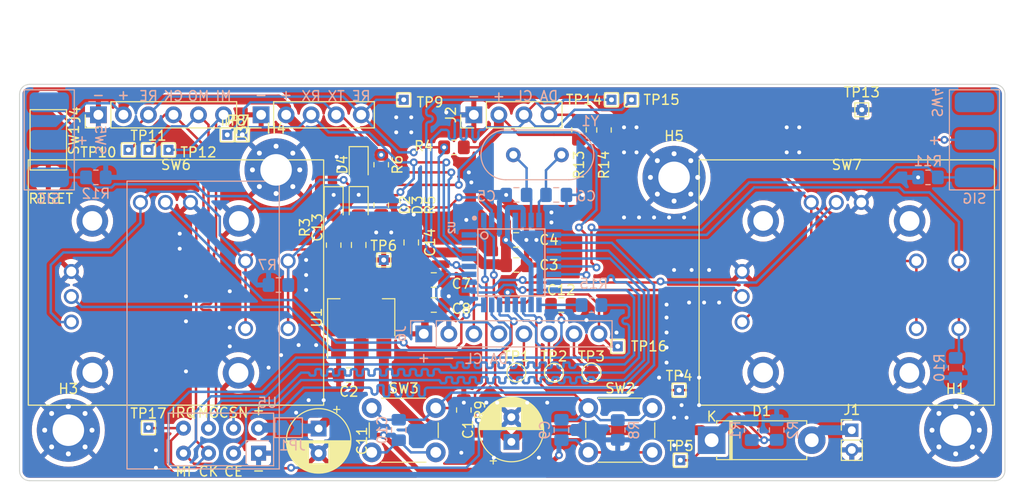
<source format=kicad_pcb>
(kicad_pcb (version 20211014) (generator pcbnew)
  (layers (0 "F.Cu" signal) (31 "B.Cu" signal) (34 "B.Paste" user) (35 "F.Paste" user) (36 "B.SilkS" user "B.Silkscreen") (37 "F.SilkS" user "F.Silkscreen") (38 "B.Mask" user) (39 "F.Mask" user) (44 "Edge.Cuts" user))
  (net 0 "")
  (net 1 "VCC")
  (net 2 "GND")
  (net 3 "+3V3")
  (net 4 "Net-(C5-Pad1)")
  (net 5 "Net-(C6-Pad1)")
  (net 6 "/BTN4")
  (net 7 "/BTN3")
  (net 8 "Net-(C12-Pad2)")
  (net 9 "Net-(D1-Pad2)")
  (net 10 "Net-(D2-Pad2)")
  (net 11 "Net-(D3-Pad2)")
  (net 12 "Net-(D4-Pad2)")
  (net 13 "/SCL")
  (net 14 "/SDA")
  (net 15 "/RX")
  (net 16 "/TX")
  (net 17 "/RESET")
  (net 18 "/SCK")
  (net 19 "/MOSI")
  (net 20 "/MISO")
  (net 21 "/BATT")
  (net 22 "/BTN1")
  (net 23 "/BTN2")
  (net 24 "/TG1")
  (net 25 "/TG2")
  (net 28 "/INT")
  (net 29 "/CE")
  (net 30 "/CSN")
  (net 31 "/Y1")
  (net 32 "/X1")
  (net 33 "/Y2")
  (net 34 "/X2")
  (net 35 "/IRQ")
  (net 36 "Net-(J6-Pad5)")
  (net 37 "Net-(J6-Pad6)")
  (net 38 "Net-(J6-Pad7)")
  (net 39 "Net-(U2-Pad17)")
  (net 40 "Net-(U5-Pad2)")
  (footprint "Resistor_SMD:R_0805_2012Metric_Pad1.20x1.40mm_HandSolder" (layer "F.Cu") (at 140.224 84.582)
    (fp_text reference "R4")
    (fp_text value "10k")
  )
  (footprint "LED_SMD:LED_0805_2012Metric_Pad1.15x1.40mm_HandSolder" (layer "F.Cu") (at 128.016 90.433 -90)
    (fp_text reference "D2")
    (fp_text value "LED")
  )
  (footprint "Capacitor_SMD:C_0805_2012Metric_Pad1.18x1.45mm_HandSolder" (layer "F.Cu") (at 151.1085 100.584 180)
    (fp_text reference "C12")
    (fp_text value "100n")
  )
  (footprint "MountingHole:MountingHole_3.2mm_M3_Pad_Via" (layer "F.Cu") (at 191.135 113.284)
    (fp_text reference "H1")
    (fp_text value "MountingHole_Pad")
  )
  (footprint "TestPoint:TestPoint_THTPad_1.0x1.0mm_Drill0.5mm" (layer "F.Cu") (at 118.745 83.312)
    (fp_text reference "TP7")
    (fp_text value "TestPoint")
  )
  (footprint "Diode_THT:D_5W_P10.16mm_Horizontal" (layer "F.Cu") (at 166.37 114.3)
    (fp_text reference "D1")
    (fp_text value "1N4007")
  )
  (footprint "Capacitor_SMD:C_0805_2012Metric_Pad1.18x1.45mm_HandSolder" (layer "F.Cu") (at 138.176 100.584 180)
    (fp_text reference "C8")
    (fp_text value "1µ")
  )
  (footprint "TestPoint:TestPoint_Pad_D1.5mm" (layer "F.Cu") (at 154.178 107.442)
    (fp_text reference "TP3")
    (fp_text value "TestPoint")
  )
  (footprint "RC_Transm:JoyStick" (layer "F.Cu") (at 180.086 98.298)
    (fp_text reference "SW7")
    (fp_text value "Joystick")
  )
  (footprint "TestPoint:TestPoint_THTPad_1.0x1.0mm_Drill0.5mm" (layer "F.Cu") (at 163.195 116.332)
    (fp_text reference "TP5")
    (fp_text value "TestPoint")
  )
  (footprint "Button_Switch_THT:SW_PUSH_6mm" (layer "F.Cu") (at 131.878 111.034)
    (fp_text reference "SW3")
    (fp_text value "SW_Push")
  )
  (footprint "LED_SMD:LED_0805_2012Metric_Pad1.15x1.40mm_HandSolder" (layer "F.Cu") (at 130.556 86.369 -90)
    (fp_text reference "D4")
    (fp_text value "LED")
  )
  (footprint "MountingHole:MountingHole_3.2mm_M3_Pad_Via" (layer "F.Cu") (at 162.56 87.63)
    (fp_text reference "H5")
    (fp_text value "MountingHole_Pad")
  )
  (footprint "TestPoint:TestPoint_THTPad_1.0x1.0mm_Drill0.5mm" (layer "F.Cu") (at 109.22 84.836)
    (fp_text reference "TP11")
    (fp_text value "TestPoint")
  )
  (footprint "Capacitor_THT:CP_Radial_D6.3mm_P2.50mm" (layer "F.Cu") (at 146.05 114.46638 90)
    (fp_text reference "C1")
    (fp_text value "10µF")
  )
  (footprint "Capacitor_SMD:C_0805_2012Metric_Pad1.18x1.45mm_HandSolder" (layer "F.Cu") (at 135.89 94.234 90)
    (fp_text reference "C14")
    (fp_text value "10µ")
  )
  (footprint "TestPoint:TestPoint_THTPad_1.0x1.0mm_Drill0.5mm" (layer "F.Cu") (at 158.242 79.756)
    (fp_text reference "TP15")
    (fp_text value "TestPoint")
  )
  (footprint "Capacitor_SMD:C_0805_2012Metric_Pad1.18x1.45mm_HandSolder" (layer "F.Cu") (at 146.5365 93.98 180)
    (fp_text reference "C4")
    (fp_text value "1µ")
  )
  (footprint "TestPoint:TestPoint_THTPad_1.0x1.0mm_Drill0.5mm" (layer "F.Cu") (at 111.252 84.836)
    (fp_text reference "TP12")
    (fp_text value "TestPoint")
  )
  (footprint "TestPoint:TestPoint_THTPad_1.0x1.0mm_Drill0.5mm" (layer "F.Cu") (at 156.21 79.756)
    (fp_text reference "TP14")
    (fp_text value "TestPoint")
  )
  (footprint "Capacitor_SMD:C_0805_2012Metric_Pad1.18x1.45mm_HandSolder" (layer "F.Cu") (at 129.5615 107.696 180)
    (fp_text reference "C2")
    (fp_text value "10µ")
  )
  (footprint "TestPoint:TestPoint_THTPad_1.0x1.0mm_Drill0.5mm" (layer "F.Cu") (at 135.128 79.756)
    (fp_text reference "TP9")
    (fp_text value "TestPoint")
  )
  (footprint "Package_TO_SOT_SMD:SOT-223-3_TabPin2" (layer "F.Cu") (at 130.81 101.854 90)
    (fp_text reference "U1")
    (fp_text value "AMS1117-3.3")
  )
  (footprint "Resistor_SMD:R_0805_2012Metric_Pad1.20x1.40mm_HandSolder" (layer "F.Cu") (at 132.842 86.344 -90)
    (fp_text reference "R6")
    (fp_text value "1k")
  )
  (footprint "Button_Switch_SMD:SW_SPST_CK_RS282G05A3" (layer "F.Cu") (at 99.06 83.82 -90)
    (fp_text reference "SW1")
    (fp_text value "SW_Push")
  )
  (footprint "LED_SMD:LED_0805_2012Metric_Pad1.15x1.40mm_HandSolder" (layer "F.Cu") (at 130.556 90.424 -90)
    (fp_text reference "D3")
    (fp_text value "LED")
  )
  (footprint "Resistor_SMD:R_0805_2012Metric_Pad1.20x1.40mm_HandSolder" (layer "F.Cu") (at 155.448 82.82 -90)
    (fp_text reference "R14")
    (fp_text value "4k7")
  )
  (footprint "TestPoint:TestPoint_THTPad_1.0x1.0mm_Drill0.5mm" (layer "F.Cu") (at 181.61 80.772)
    (fp_text reference "TP13")
    (fp_text value "TestPoint")
  )
  (footprint "Button_Switch_THT:SW_PUSH_6mm" (layer "F.Cu") (at 153.849 111.034)
    (fp_text reference "SW2")
    (fp_text value "SW_Push")
  )
  (footprint "TestPoint:TestPoint_THTPad_1.0x1.0mm_Drill0.5mm" (layer "F.Cu") (at 109.22 113.03)
    (fp_text reference "TP17")
    (fp_text value "TestPoint")
  )
  (footprint "Connector_PinHeader_2.54mm:PinHeader_1x04_P2.54mm_Vertical" (layer "F.Cu") (at 142.24 81.28 90)
    (fp_text reference "J2")
    (fp_text value "Conn_01x04")
  )
  (footprint "Capacitor_SMD:C_0805_2012Metric_Pad1.18x1.45mm_HandSolder" (layer "F.Cu") (at 138.176 98.044 180)
    (fp_text reference "C7")
    (fp_text value "10µ")
  )
  (footprint "Capacitor_THT:CP_Radial_D6.3mm_P2.50mm" (layer "F.Cu") (at 126.492 113.117621 -90)
    (fp_text reference "C11")
    (fp_text value "10µF")
  )
  (footprint "Connector_PinHeader_2.54mm:PinHeader_1x06_P2.54mm_Vertical" (layer "F.Cu") (at 104.14 81.28 90)
    (fp_text reference "J4")
    (fp_text value "Conn_01x06")
  )
  (footprint "TestPoint:TestPoint_THTPad_1.0x1.0mm_Drill0.5mm" (layer "F.Cu") (at 156.845 104.775)
    (fp_text reference "TP16")
    (fp_text value "TestPoint")
  )
  (footprint "MountingHole:MountingHole_3.2mm_M3_Pad_Via" (layer "F.Cu") (at 122.174 86.868)
    (fp_text reference "H4")
    (fp_text value "MountingHole_Pad")
  )
  (footprint "TestPoint:TestPoint_Pad_D1.5mm" (layer "F.Cu") (at 146.558 107.442)
    (fp_text reference "TP1")
    (fp_text value "TestPoint")
  )
  (footprint "TestPoint:TestPoint_THTPad_1.0x1.0mm_Drill0.5mm" (layer "F.Cu") (at 107.188 84.836)
    (fp_text reference "TP10")
    (fp_text value "TestPoint")
  )
  (footprint "TestPoint:TestPoint_THTPad_1.0x1.0mm_Drill0.5mm" (layer "F.Cu") (at 133.096 96.012)
    (fp_text reference "TP6")
    (fp_text value "TestPoint")
  )
  (footprint "Connector_PinHeader_2.54mm:PinHeader_1x05_P2.54mm_Vertical" (layer "F.Cu") (at 120.655 81.28 90)
    (fp_text reference "J3")
    (fp_text value "Conn_01x05")
  )
  (footprint "TestPoint:TestPoint_THTPad_1.0x1.0mm_Drill0.5mm" (layer "F.Cu") (at 117.221 83.312)
    (fp_text reference "TP8")
    (fp_text value "TestPoint")
  )
  (footprint "Resistor_SMD:R_0805_2012Metric_Pad1.20x1.40mm_HandSolder" (layer "F.Cu") (at 132.842 90.44 -90)
    (fp_text reference "R5")
    (fp_text value "1k")
  )
  (footprint "Resistor_SMD:R_0805_2012Metric_Pad1.20x1.40mm_HandSolder" (layer "F.Cu") (at 141.224 111.236 -90)
    (fp_text reference "R9")
    (fp_text value "10k")
  )
  (footprint "Capacitor_SMD:C_0805_2012Metric_Pad1.18x1.45mm_HandSolder" (layer "F.Cu") (at 146.558 96.52 180)
    (fp_text reference "C3")
    (fp_text value "10µ")
  )
  (footprint "Capacitor_SMD:C_0805_2012Metric_Pad1.18x1.45mm_HandSolder" (layer "F.Cu") (at 130.556 94.488 90)
    (fp_text reference "C13")
    (fp_text value "10µ")
  )
  (footprint "Resistor_SMD:R_0805_2012Metric_Pad1.20x1.40mm_HandSolder" (layer "F.Cu") (at 128.016 94.504 90)
    (fp_text reference "R3")
    (fp_text value "1k")
  )
  (footprint "TestPoint:TestPoint_THTPad_1.0x1.0mm_Drill0.5mm" (layer "F.Cu") (at 163.068 109.22)
    (fp_text reference "TP4")
    (fp_text value "TestPoint")
  )
  (footprint "Resistor_SMD:R_0805_2012Metric_Pad1.20x1.40mm_HandSolder" (layer "F.Cu") (at 152.908 82.804 -90)
    (fp_text reference "R13")
    (fp_text value "4k7")
  )
  (footprint "MountingHole:MountingHole_3.2mm_M3_Pad_Via" (layer "F.Cu") (at 101.092 113.284)
    (fp_text reference "H3")
    (fp_text value "MountingHole_Pad")
  )
  (footprint "RC_Transm:JoyStick" (layer "F.Cu") (at 112.014 98.298)
    (fp_text reference "SW6")
    (fp_text value "Joystick")
  )
  (footprint "TestPoint:TestPoint_Pad_D1.5mm" (layer "F.Cu") (at 150.368 107.442)
    (fp_text reference "TP2")
    (fp_text value "TestPoint")
  )
  (footprint "Connector_PinHeader_2.00mm:PinHeader_1x02_P2.00mm_Vertical" (layer "F.Cu") (at 180.594 113.284)
    (fp_text reference "J1")
    (fp_text value "Conn_01x02")
  )
  (footprint "RC_Transm:Toggle_EdgeMount" (layer "B.Cu") (at 195.58 83.82 90)
    (fp_text reference "SW4")
    (fp_text value "SW_SPDT")
  )
  (footprint "Capacitor_SMD:C_0805_2012Metric_Pad1.18x1.45mm_HandSolder" (layer "B.Cu") (at 134.62 113.2625 -90)
    (fp_text reference "C10")
    (fp_text value "1n")
  )
  (footprint "Jumper:SolderJumper-2_P1.3mm_Open_TrianglePad1.0x1.5mm" (layer "B.Cu") (at 123.444 113.03)
    (fp_text reference "JP1")
    (fp_text value "SolderJumper_2_Open")
  )
  (footprint "Resistor_SMD:R_0805_2012Metric_Pad1.20x1.40mm_HandSolder" (layer "B.Cu") (at 172.974 113.268 90)
    (fp_text reference "R2")
    (fp_text value "R")
  )
  (footprint "Resistor_SMD:R_0805_2012Metric_Pad1.20x1.40mm_HandSolder" (layer "B.Cu") (at 191.135 106.95 -90)
    (fp_text reference "R10")
    (fp_text value "R")
  )
  (footprint "Resistor_SMD:R_0805_2012Metric_Pad1.20x1.40mm_HandSolder" (layer "B.Cu") (at 103.886 87.63)
    (fp_text reference "R12")
    (fp_text value "10k")
  )
  (footprint "Capacitor_SMD:C_0805_2012Metric_Pad1.18x1.45mm_HandSolder" (layer "B.Cu") (at 150.6005 89.408)
    (fp_text reference "C6")
    (fp_text value "22p")
  )
  (footprint "Resistor_SMD:R_0805_2012Metric_Pad1.20x1.40mm_HandSolder" (layer "B.Cu") (at 122.412 98.552 180)
    (fp_text reference "R7")
    (fp_text value "R")
  )
  (footprint "RF_Module:nRF24L01_Breakout" (layer "B.Cu") (at 120.396 115.616 90)
    (fp_text reference "U5")
    (fp_text value "NRF24L01_Breakout")
  )
  (footprint "RC_Transm:Toggle_EdgeMount" (layer "B.Cu") (at 101.695 83.82 90)
    (fp_text reference "SW5")
    (fp_text value "SW_SPDT")
  )
  (footprint "Resistor_SMD:R_0805_2012Metric_Pad1.20x1.40mm_HandSolder" (layer "B.Cu") (at 156.845 113.2625 90)
    (fp_text reference "R8")
    (fp_text value "10k")
  )
  (footprint "Resistor_SMD:R_0805_2012Metric_Pad1.20x1.40mm_HandSolder" (layer "B.Cu") (at 170.434 113.284 -90)
    (fp_text reference "R1")
    (fp_text value "R")
  )
  (footprint "ATMega328p-AU:QFP80P900X900X120-32N" (layer "B.Cu") (at 146.05 96.266 -90)
    (fp_text reference "U2")
    (fp_text value "ATmega328P-M")
  )
  (footprint "Resistor_SMD:R_0805_2012Metric_Pad1.20x1.40mm_HandSolder" (layer "B.Cu") (at 154.178 100.584)
    (fp_text reference "R15")
    (fp_text value "R")
  )
  (footprint "Crystal:Crystal_HC49-4H_Vertical" (layer "B.Cu") (at 151.13 85.344 180)
    (fp_text reference "Y1")
    (fp_text value "Crystal")
  )
  (footprint "Resistor_SMD:R_0805_2012Metric_Pad1.20x1.40mm_HandSolder" (layer "B.Cu") (at 188.325 87.63 180)
    (fp_text reference "R11")
    (fp_text value "10k")
  )
  (footprint "Capacitor_SMD:C_0805_2012Metric_Pad1.18x1.45mm_HandSolder" (layer "B.Cu") (at 146.558 89.408 180)
    (fp_text reference "C5")
    (fp_text value "22p")
  )
  (footprint "Connector_PinHeader_2.54mm:PinHeader_1x08_P2.54mm_Vertical" (layer "B.Cu") (at 137.16 103.505 -90)
    (fp_text reference "J6")
    (fp_text value "Conn_01x08")
  )
  (footprint "Capacitor_SMD:C_0805_2012Metric_Pad1.18x1.45mm_HandSolder" (layer "B.Cu") (at 151.13 113.2625 -90)
    (fp_text reference "C9")
    (fp_text value "1n")
  )
  (gr_arc (start 97.155 118.40758) (mid 96.43658 118.11) (end 96.139 117.39158) (layer "Edge.Cuts") (width 0.1))
  (gr_line (start 97.155 78.18842) (end 195.11558 78.18842) (layer "Edge.Cuts") (width 0.1))
  (gr_arc (start 96.139 79.20442) (mid 96.43658 78.486) (end 97.155 78.18842) (layer "Edge.Cuts") (width 0.1))
  (gr_line (start 96.139 117.39158) (end 96.139 79.20442) (layer "Edge.Cuts") (width 0.1))
  (gr_arc (start 196.13158 117.39158) (mid 195.834 118.11) (end 195.11558 118.40758) (layer "Edge.Cuts") (width 0.1))
  (gr_arc (start 195.11558 78.18842) (mid 195.834 78.486) (end 196.13158 79.20442) (layer "Edge.Cuts") (width 0.1))
  (gr_line (start 196.13158 79.20442) (end 196.13158 117.39158) (layer "Edge.Cuts") (width 0.1))
  (gr_line (start 195.11558 118.40758) (end 97.155 118.40758) (layer "Edge.Cuts") (width 0.1))
  (gr_text "-" (at 120.65 79.248) (layer "B.SilkS") (effects (font (size 1 1)) (justify mirror)))
  (gr_text "+" (at 102.489 83.82) (layer "B.SilkS") (effects (font (size 1 1)) (justify mirror)))
  (gr_text "SIG" (at 99.06 89.789) (layer "B.SilkS") (effects (font (size 1 1)) (justify mirror)))
  (gr_text "DA" (at 144.78 106.045) (layer "B.SilkS") (effects (font (size 1 1)) (justify mirror)))
  (gr_text "+" (at 106.68 79.248) (layer "B.SilkS") (effects (font (size 1 1)) (justify mirror)))
  (gr_text "RX" (at 125.73 79.375) (layer "B.SilkS") (effects (font (size 1 1)) (justify mirror)))
  (gr_text "RE" (at 130.81 79.375) (layer "B.SilkS") (effects (font (size 1 1)) (justify mirror)))
  (gr_text "MI" (at 116.84 79.375) (layer "B.SilkS") (effects (font (size 1 1)) (justify mirror)))
  (gr_text "-" (at 104.14 79.248) (layer "B.SilkS") (effects (font (size 1 1)) (justify mirror)))
  (gr_text "+" (at 188.976 83.82) (layer "B.SilkS") (effects (font (size 1 1)) (justify mirror)))
  (gr_text "CL" (at 142.24 106.045) (layer "B.SilkS") (effects (font (size 1 1)) (justify mirror)))
  (gr_text "+" (at 123.19 79.248) (layer "B.SilkS") (effects (font (size 1 1)) (justify mirror)))
  (gr_text "DA" (at 149.86 79.375) (layer "B.SilkS") (effects (font (size 1 1)) (justify mirror)))
  (gr_text "CK" (at 111.76 79.375) (layer "B.SilkS") (effects (font (size 1 1)) (justify mirror)))
  (gr_text "SIG" (at 193.04 89.789) (layer "B.SilkS") (effects (font (size 1 1)) (justify mirror)))
  (gr_text "+" (at 137.16 105.918) (layer "B.SilkS") (effects (font (size 1 1)) (justify mirror)))
  (gr_text "RE" (at 109.22 79.375) (layer "B.SilkS") (effects (font (size 1 1)) (justify mirror)))
  (gr_text "CL" (at 147.32 79.375) (layer "B.SilkS") (effects (font (size 1 1)) (justify mirror)))
  (gr_text "-" (at 142.24 79.375) (layer "B.SilkS") (effects (font (size 1 1)) (justify mirror)))
  (gr_text "TX" (at 128.27 79.375) (layer "B.SilkS") (effects (font (size 1 1)) (justify mirror)))
  (gr_text "MO" (at 114.3 79.375) (layer "B.SilkS") (effects (font (size 1 1)) (justify mirror)))
  (gr_text "+" (at 144.78 79.375) (layer "B.SilkS") (effects (font (size 1 1)) (justify mirror)))
  (gr_text "-" (at 139.7 105.918) (layer "B.SilkS") (effects (font (size 1 1)) (justify mirror)))
  (gr_text "RESET" (at 99.314 89.789) (layer "F.SilkS") (effects (font (size 1 1))))
  (gr_text "CSN" (at 117.856 111.506) (layer "F.SilkS") (effects (font (size 1 1))))
  (gr_text "CE" (at 117.856 117.475) (layer "F.SilkS") (effects (font (size 1 1))))
  (gr_text "-" (at 120.396 117.348) (layer "F.SilkS") (effects (font (size 1 1))))
  (gr_text "+" (at 120.396 111.252) (layer "F.SilkS") (effects (font (size 1 1))))
  (gr_text "MO" (at 115.316 111.506) (layer "F.SilkS") (effects (font (size 1 1))))
  (gr_text "IRQ" (at 112.776 111.506) (layer "F.SilkS") (effects (font (size 1 1))))
  (gr_text "MI" (at 112.776 117.475) (layer "F.SilkS") (effects (font (size 1 1))))
  (gr_text "CK" (at 115.316 117.475) (layer "F.SilkS") (effects (font (size 1 1))))
  (segment (start 166.37 114.3) (end 165.354 113.284) (width 1) (layer "F.Cu") (net 1))
  (segment (start 147.23238 113.284) (end 146.05 114.46638) (width 1) (layer "F.Cu") (net 1))
  (segment (start 144.94886 113.53552) (end 137.41152 113.53552) (width 1) (layer "F.Cu") (net 1))
  (segment (start 133.11 109.234) (end 133.11 105.004) (width 1) (layer "F.Cu") (net 1))
  (segment (start 163.195 116.332) (end 164.338 116.332) (width 0.25) (layer "F.Cu") (net 1))
  (segment (start 137.41152 113.53552) (end 133.11 109.234) (width 1) (layer "F.Cu") (net 1))
  (segment (start 165.354 113.284) (end 147.23238 113.284) (width 1) (layer "F.Cu") (net 1))
  (segment (start 146.05 114.46638) (end 145.034 113.45038) (width 1) (layer "F.Cu") (net 1))
  (segment (start 145.034 113.45038) (end 144.94886 113.53552) (width 1) (layer "F.Cu") (net 1))
  (segment (start 164.338 116.332) (end 166.37 114.3) (width 0.25) (layer "F.Cu") (net 1))
  (segment (start 166.37 114.3) (end 168.386 112.284) (width 1) (layer "B.Cu") (net 1))
  (segment (start 168.386 112.284) (end 170.434 112.284) (width 1) (layer "B.Cu") (net 1))
  (segment (start 130.311 89.399) (end 129.286 90.424) (width 0.25) (layer "F.Cu") (net 2))
  (segment (start 139.7 99.695) (end 139.7 98.5305) (width 0.5) (layer "F.Cu") (net 2))
  (segment (start 145.5205 89.8945) (end 146.431 90.805) (width 1) (layer "F.Cu") (net 2))
  (segment (start 139.7 99.695) (end 139.7 100.0975) (width 0.5) (layer "F.Cu") (net 2))
  (segment (start 129.531 90.424) (end 130.556 89.399) (width 0.5) (layer "F.Cu") (net 2))
  (segment (start 130.556 89.399) (end 130.311 89.399) (width 0.25) (layer "F.Cu") (net 2))
  (segment (start 145.669 98.17327) (end 145.669 99.314) (width 0.5) (layer "F.Cu") (net 2))
  (segment (start 139.7 100.0975) (end 139.2135 100.584) (width 0.5) (layer "F.Cu") (net 2))
  (segment (start 139.7 98.5305) (end 139.2135 98.044) (width 0.5) (layer "F.Cu") (net 2))
  (segment (start 146.431 90.805) (end 146.558 90.932) (width 0.25) (layer "F.Cu") (net 2))
  (segment (start 145.5205 89.408) (end 145.5205 89.8945) (width 1) (layer "F.Cu") (net 2))
  (segment (start 128.016 89.408) (end 129.032 90.424) (width 0.5) (layer "F.Cu") (net 2))
  (segment (start 129.032 90.424) (end 129.531 90.424) (width 0.5) (layer "F.Cu") (net 2))
  (segment (start 147.5955 96.52) (end 147.32227 96.52) (width 0.5) (layer "F.Cu") (net 2))
  (segment (start 147.32227 96.52) (end 145.669 98.17327) (width 0.5) (layer "F.Cu") (net 2))
  (via (at 153.67 102.108) (size 0.8) (drill 0.4) (layers "F.Cu" "B.Cu") (net 2))
  (via (at 153.289 89.408) (size 0.8) (drill 0.4) (layers "F.Cu" "B.Cu") (net 2))
  (via (at 134.366 83.058) (size 0.8) (drill 0.4) (layers "F.Cu" "B.Cu") (net 2))
  (via (at 144.610281 110.49) (size 0.8) (drill 0.4) (layers "F.Cu" "B.Cu") (net 2))
  (via (at 141.732 87.122) (size 0.8) (drill 0.4) (layers "F.Cu" "B.Cu") (net 2))
  (via (at 141.478 91.948) (size 0.8) (drill 0.4) (layers "F.Cu" "B.Cu") (net 2))
  (via (at 134.366 81.534) (size 0.8) (drill 0.4) (layers "F.Cu" "B.Cu") (net 2))
  (via (at 163.83 114.808) (size 0.8) (drill 0.4) (layers "F.Cu" "B.Cu") (net 2))
  (via (at 162.56 112.014) (size 0.8) (drill 0.4) (layers "F.Cu" "B.Cu") (net 2))
  (via (at 128.016 89.408) (size 0.8) (drill 0.4) (layers "F.Cu" "B.Cu") (net 2))
  (via (at 166.116 97.028) (size 0.8) (drill 0.4) (layers "F.Cu" "B.Cu") (net 2))
  (via (at 161.798 106.426) (size 0.8) (drill 0.4) (layers "F.Cu" "B.Cu") (net 2))
  (via (at 139.7 99.695) (size 0.8) (drill 0.4) (layers "F.Cu" "B.Cu") (net 2))
  (via (at 175.26 82.55) (size 0.8) (drill 0.4) (layers "F.Cu" "B.Cu") (net 2))
  (via (at 156.718 103.378) (size 0.8) (drill 0.4) (layers "F.Cu" "B.Cu") (net 2))
  (via (at 109.982 115.316) (size 0.8) (drill 0.4) (layers "F.Cu" "B.Cu") (net 2))
  (via (at 113.03 107.315) (size 0.8) (drill 0.4) (layers "F.Cu" "B.Cu") (net 2))
  (via (at 140.97 100.33) (size 0.8) (drill 0.4) (layers "F.Cu" "B.Cu") (net 2))
  (via (at 157.48 91.694) (size 0.8) (drill 0.4) (layers "F.Cu" "B.Cu") (net 2))
  (via (at 164.338 97.028) (size 0.8) (drill 0.4) (layers "F.Cu" "B.Cu") (net 2))
  (via (at 158.75 82.55) (size 0.8) (drill 0.4) (layers "F.Cu" "B.Cu") (net 2))
  (via (at 164.084 100.33) (size 0.8) (drill 0.4) (layers "F.Cu" "B.Cu") (net 2))
  (via (at 150.114 91.186) (size 0.8) (drill 0.4) (layers "F.Cu" "B.Cu") (net 2))
  (via (at 145.669 99.314) (size 0.8) (drill 0.4) (layers "F.Cu" "B.Cu") (net 2))
  (via (at 133.858 93.218) (size 0.8) (drill 0.4) (layers "F.Cu" "B.Cu") (net 2))
  (via (at 161.798 103.371921) (size 0.8) (drill 0.4) (layers "F.Cu" "B.Cu") (net 2))
  (via (at 135.89 81.534) (size 0.8) (drill 0.4) (layers "F.Cu" "B.Cu") (net 2))
  (via (at 165.608 100.33) (size 0.8) (drill 0.4) (layers "F.Cu" "B.Cu") (net 2))
  (via (at 150.114 92.202) (size 0.8) (drill 0.4) (layers "F.Cu" "B.Cu") (net 2))
  (via (at 147.574 93.98) (size 0.8) (drill 0.4) (layers "F.Cu" "B.Cu") (net 2))
  (via (at 149.687618 110.49) (size 0.8) (drill 0.4) (layers "F.Cu" "B.Cu") (net 2))
  (via (at 167.132 100.33) (size 0.8) (drill 0.4) (layers "F.Cu" "B.Cu") (net 2))
  (via (at 117.475 99.187) (size 0.8) (drill 0.4) (layers "F.Cu" "B.Cu") (net 2))
  (via (at 140.97 115.57) (size 0.8) (drill 0.4) (layers "F.Cu" "B.Cu") (net 2))
  (via (at 141.224 110.49) (size 0.8) (drill 0.4) (layers "F.Cu" "B.Cu") (net 2))
  (via (at 161.798 100.540421) (size 0.8) (drill 0.4) (layers "F.Cu" "B.Cu") (net 2))
  (via (at 187.325 87.63) (size 0.8) (drill 0.4) (layers "F.Cu" "B.Cu") (net 2))
  (via (at 122.682 105.664) (size 0.8) (drill 0.4) (layers "F.Cu" "B.Cu") (net 2))
  (via (at 148.59 93.98) (size 0.8) (drill 0.4) (layers "F.Cu" "B.Cu") (net 2))
  (via (at 125.222 99.06) (size 0.8) (drill 0.4) (layers "F.Cu" "B.Cu") (net 2))
  (via (at 175.26 85.09) (size 0.8) (drill 0.4) (layers "F.Cu" "B.Cu") (net 2))
  (via (at 158.75 85.09) (size 0.8) (drill 0.4) (layers "F.Cu" "B.Cu") (net 2))
  (via (at 162.052 91.694) (size 0.8) (drill 0.4) (layers "F.Cu" "B.Cu") (net 2))
  (via (at 125.476 110.236) (size 0.8) (drill 0.4) (layers "F.Cu" "B.Cu") (net 2))
  (via (at 162.56 114.808) (size 0.8) (drill 0.4) (layers "F.Cu" "B.Cu") (net 2))
  (via (at 124.46 104.648) (size 0.8) (drill 0.4) (layers "F.Cu" "B.Cu") (net 2))
  (via (at 157.48 85.09) (size 0.8) (drill 0.4) (layers "F.Cu" "B.Cu") (net 2))
  (via (at 113.03 102.235) (size 0.8) (drill 0.4) (layers "F.Cu" "B.Cu") (net 2))
  (via (at 173.99 82.55) (size 0.8) (drill 0.4) (layers "F.Cu" "B.Cu") (net 2))
  (via (at 128.329201 85.538799) (size 0.8) (drill 0.4) (layers "F.Cu" "B.Cu") (net 2))
  (via (at 132.334 93.218) (size 0.8) (drill 0.4) (layers "F.Cu" "B.Cu") (net 2))
  (via (at 130.556 89.399) (size 0.8) (drill 0.4) (layers "F.Cu" "B.Cu") (net 2))
  (via (at 125.222 96.012) (size 0.8) (drill 0.4) (layers "F.Cu" "B.Cu") (net 2))
  (via (at 165.1 107.95) (size 0.8) (drill 0.4) (layers "F.Cu" "B.Cu") (net 2))
  (via (at 109.982 117.094) (size 0.8) (drill 0.4) (layers "F.Cu" "B.Cu") (net 2))
  (via (at 165.1 110.744) (size 0.8) (drill 0.4) (layers "F.Cu" "B.Cu") (net 2))
  (via (at 173.99 85.09) (size 0.8) (drill 0.4) (layers "F.Cu" "B.Cu") (net 2))
  (via (at 117.475 104.775) (size 0.8) (drill 0.4) (layers "F.Cu" "B.Cu") (net 2))
  (via (at 121.412 106.934) (size 0.8) (drill 0.4) (layers "F.Cu" "B.Cu") (net 2))
  (via (at 136.144 91.4025) (size 0.8) (drill 0.4) (layers "F.Cu" "B.Cu") (net 2))
  (via (at 161.036 107.95) (size 0.8) (drill 0.4) (layers "F.Cu" "B.Cu") (net 2))
  (via (at 163.576 91.694) (size 0.8) (drill 0.4) (layers "F.Cu" "B.Cu") (net 2))
  (via (at 113.03 99.695) (size 0.8) (drill 0.4) (layers "F.Cu" "B.Cu") (net 2))
  (via (at 127 110.236) (size 0.8) (drill 0.4) (layers "F.Cu" "B.Cu") (net 2))
  (via (at 163.322 110.744) (size 0.8) (drill 0.4) (layers "F.Cu" "B.Cu") (net 2))
  (via (at 125.222 97.536) (size 0.8) (drill 0.4) (layers "F.Cu" "B.Cu") (net 2))
  (via (at 141.986 88.138) (size 0.8) (drill 0.4) (layers "F.Cu" "B.Cu") (net 2))
  (via (at 160.528 91.694) (size 0.8) (drill 0.4) (layers "F.Cu" "B.Cu") (net 2))
  (via (at 112.395 93.345) (size 0.8) (drill 0.4) (layers "F.Cu" "B.Cu") (net 2))
  (via (at 163.322 107.696) (size 0.8) (drill 0.4) (layers "F.Cu" "B.Cu") (net 2))
  (via (at 124.206 111.506) (size 0.8) (drill 0.4) (layers "F.Cu" "B.Cu") (net 2))
  (via (at 143.51 110.49) (size 0.8) (drill 0.4) (layers "F.Cu" "B.Cu") (net 2))
  (via (at 163.83 112.014) (size 0.8) (drill 0.4) (layers "F.Cu" "B.Cu") (net 2))
  (via (at 161.798 104.895921) (size 0.8) (drill 0.4) (layers "F.Cu" "B.Cu") (net 2))
  (via (at 128.524 86.614) (size 0.8) (drill 0.4) (layers "F.Cu" "B.Cu") (net 2))
  (via (at 147.658281 110.49) (size 0.8) (drill 0.4) (layers "F.Cu" "B.Cu") (net 2))
  (via (at 139.446 81.026) (size 0.8) (drill 0.4) (layers "F.Cu" "B.Cu") (net 2))
  (via (at 159.004 91.694) (size 0.8) (drill 0.4) (layers "F.Cu" "B.Cu") (net 2))
  (via (at 157.48 82.55) (size 0.8) (drill 0.4) (layers "F.Cu" "B.Cu") (net 2))
  (via (at 162.56 97.028) (size 0.8) (drill 0.4) (layers "F.Cu" "B.Cu") (net 2))
  (via (at 126.238 104.648) (size 0.8) (drill 0.4) (layers "F.Cu" "B.Cu") (net 2))
  (via (at 112.395 94.869) (size 0.8) (drill 0.4) (layers "F.Cu" "B.Cu") (net 2))
  (via (at 135.89 83.058) (size 0.8) (drill 0.4) (layers "F.Cu" "B.Cu") (net 2))
  (via (at 145.5205 89.408) (size 0.8) (drill 0.4) (layers "F.Cu" "B.Cu") (net 2))
  (via (at 148.844 116.078) (size 0.8) (drill 0.4) (layers "F.Cu" "B.Cu") (net 2))
  (via (at 117.475 102.87) (size 0.8) (drill 0.4) (layers "F.Cu" "B.Cu") (net 2))
  (via (at 161.798 101.85222) (size 0.8) (drill 0.4) (layers "F.Cu" "B.Cu") (net 2))
  (via (at 144.272 116.078) (size 0.8) (drill 0.4) (layers "F.Cu" "B.Cu") (net 2))
  (segment (start 145.65 99.333) (end 145.669 99.314) (width 0.5) (layer "B.Cu") (net 2))
  (segment (start 145.5205 89.408) (end 144.018 89.408) (width 1) (layer "B.Cu") (net 2))
  (segment (start 144.85 91.966) (end 144.84249 91.95849) (width 0.5) (layer "B.Cu") (net 2))
  (segment (start 151.638 89.408) (end 151.638 90.932) (width 0.25) (layer "B.Cu") (net 2))
  (segment (start 146.45 92.856) (end 147.574 93.98) (width 0.5) (layer "B.Cu") (net 2))
  (segment (start 151.638 89.408) (end 153.289 89.408) (width 0.25) (layer "B.Cu") (net 2))
  (segment (start 144.84249 91.95849) (end 144.84249 90.08601) (width 0.5) (layer "B.Cu") (net 2))
  (segment (start 146.45 91.966) (end 146.45 92.856) (width 0.5) (layer "B.Cu") (net 2))
  (segment (start 145.65 100.566) (end 145.65 99.333) (width 0.5) (layer "B.Cu") (net 2))
  (segment (start 144.84249 90.08601) (end 145.5205 89.408) (width 0.5) (layer "B.Cu") (net 2))
  (segment (start 137.414 95.25) (end 137.414 96.774) (width 0.5) (layer "F.Cu") (net 3))
  (segment (start 129.20281 111.42281) (end 129.20281 110.40681) (width 0.5) (layer "F.Cu") (net 3))
  (segment (start 143.256 89.916) (end 143.256 84.328) (width 1) (layer "F.Cu") (net 3))
  (segment (start 182.4228 96.1136) (end 187.1472 96.1136) (width 0.25) (layer "F.Cu") (net 3))
  (segment (start 120.2438 94.945) (end 127.051 94.945) (width 0.25) (layer "F.Cu") (net 3))
  (segment (start 170.1292 83.82) (end 176.4792 90.17) (width 0.25) (layer "F.Cu") (net 3))
  (segment (start 153.849 115.534) (end 160.349 115.534) (width 0.25) (layer "F.Cu") (net 3))
  (segment (start 131.826 94.996) (end 132.08 94.742) (width 0.5) (layer "F.Cu") (net 3))
  (segment (start 146.812 83.312) (end 150.368 83.312) (width 0.25) (layer "F.Cu") (net 3))
  (segment (start 132.08 94.742) (end 137.16 94.742) (width 0.5) (layer "F.Cu") (net 3))
  (segment (start 137.16 94.742) (end 137.414 94.996) (width 0.5) (layer "F.Cu") (net 3))
  (segment (start 145.499 96.4985) (end 145.5205 96.52) (width 1) (layer "F.Cu") (net 3))
  (segment (start 131.572 113.792) (end 133.096 113.792) (width 0.5) (layer "F.Cu") (net 3))
  (segment (start 127.254 95.504) (end 127.432 95.326) (width 0.5) (layer "F.Cu") (net 3))
  (segment (start 127.254 96.266) (end 128.016 95.504) (width 0.5) (layer "F.Cu") (net 3))
  (segment (start 144.81093 96.52) (end 144.727429 96.436499) (width 1) (layer "F.Cu") (net 3))
  (segment (start 152.416 83.312) (end 150.368 83.312) (width 0.25) (layer "F.Cu") (net 3))
  (segment (start 127.254 103.124) (end 127.254 96.266) (width 0.5) (layer "F.Cu") (net 3))
  (segment (start 106.68 80.264) (end 107.213511 79.730489) (width 1) (layer "F.Cu") (net 3))
  (segment (start 127.432 95.326) (end 127.051 94.945) (width 1) (layer "F.Cu") (net 3))
  (segment (start 127.635 103.505) (end 127.254 103.124) (width 0.5) (layer "F.Cu") (net 3))
  (segment (start 145.499 92.159) (end 143.256 89.916) (width 1) (layer "F.Cu") (net 3))
  (segment (start 187.1472 102.9716) (end 187.1472 96.1136) (width 0.25) (layer "F.Cu") (net 3))
  (segment (start 137.414 98.806) (end 137.414 102.362) (width 0.5) (layer "F.Cu") (net 3))
  (segment (start 129.20281 111.42281) (end 128.18681 111.42281) (width 0.5) (layer "F.Cu") (net 3))
  (segment (start 168.91 83.185) (end 169.545 83.82) (width 0.25) (layer "F.Cu") (net 3))
  (segment (start 170.1292 83.82) (end 189.992 83.82) (width 0.25) (layer "F.Cu") (net 3))
  (segment (start 106.68 81.28) (end 106.68 80.264) (width 1) (layer "F.Cu") (net 3))
  (segment (start 152.908 83.804) (end 152.416 83.312) (width 0.25) (layer "F.Cu") (net 3))
  (segment (start 137.16 102.87) (end 137.414 102.616) (width 0.5) (layer "F.Cu") (net 3))
  (segment (start 127.254 96.266) (end 127.254 95.504) (width 0.5) (layer "F.Cu") (net 3))
  (segment (start 119.0752 96.1136) (end 119.0752 102.9716) (width 0.25) (layer "F.Cu") (net 3))
  (segment (start 137.16 103.505) (end 137.16 102.87) (width 0.5) (layer "F.Cu") (net 3))
  (segment (start 137.414 94.996) (end 137.414 95.25) (width 0.5) (layer "F.Cu") (net 3))
  (segment (start 128.18681 111.42281) (end 126.492 113.117621) (width 1) (layer "F.Cu") (net 3))
  (segment (start 137.16 94.996) (end 137.16 103.505) (width 0.5) (layer "F.Cu") (net 3))
  (segment (start 119.0752 96.1136) (end 120.2438 94.945) (width 0.25) (layer "F.Cu") (net 3))
  (segment (start 130.5345 95.504) (end 130.556 95.5255) (width 0.5) (layer "F.Cu") (net 3))
  (segment (start 129.286 111.506) (end 129.20281 111.42281) (width 0.5) (layer "F.Cu") (net 3))
  (segment (start 133.096 113.792) (end 136.652 117.348) (width 0.5) (layer "F.Cu") (net 3))
  (segment (start 130.81 96.012) (end 131.826 94.996) (width 0.5) (layer "F.Cu") (net 3))
  (segment (start 130.81 105.004) (end 130.81 102.87) (width 1) (layer "F.Cu") (net 3))
  (segment (start 126.61648 94.51048) (end 126.61648 84.70148) (width 1) (layer "F.Cu") (net 3))
  (segment (start 144.78 82.804) (end 144.78 81.28) (width 1) (layer "F.Cu") (net 3))
  (segment (start 137.16 94.742) (end 137.414 94.742) (width 0.5) (layer "F.Cu") (net 3))
  (segment (start 145.5205 96.52) (end 144.81093 96.52) (width 1) (layer "F.Cu") (net 3))
  (segment (start 144.78 81.28) (end 146.812 83.312) (width 0.25) (layer "F.Cu") (net 3))
  (segment (start 136.652 117.348) (end 149.352 117.348) (width 0.5) (layer "F.Cu") (net 3))
  (segment (start 143.172499 96.436499) (end 141.986 95.25) (width 1) (layer "F.Cu") (net 3))
  (segment (start 123.195 80.523) (end 123.195 81.28) (width 1) (layer "F.Cu") (net 3))
  (segment (start 128.016 95.504) (end 130.5345 95.504) (width 0.5) (layer "F.Cu") (net 3))
  (segment (start 169.4688 102.3112) (end 176.4792 95.3008) (width 0.25) (layer "F.Cu") (net 3))
  (segment (start 137.1385 98.5305) (end 137.414 98.806) (width 0.5) (layer "F.Cu") (net 3))
  (segment (start 130.81 98.704) (end 130.81 96.012) (width 0.5) (layer "F.Cu") (net 3))
  (segment (start 160.02 83.185) (end 168.91 83.185) (width 0.25) (layer "F.Cu") (net 3))
  (segment (start 144.727429 96.436499) (end 143.172499 96.436499) (width 1) (layer "F.Cu") (net 3))
  (segment (start 176.4792 90.17) (end 182.4228 96.1136) (width 0.25) (layer "F.Cu") (net 3))
  (segment (start 122.402489 79.730489) (end 107.213511 79.730489) (width 1) (layer "F.Cu") (net 3))
  (segment (start 130.599 107.696) (end 130.599 105.215) (width 1) (layer "F.Cu") (net 3))
  (segment (start 128.016 95.504) (end 128.016 97.028) (width 0.25) (layer "F.Cu") (net 3))
  (segment (start 176.4792 95.3008) (end 176.4792 90.17) (width 0.25) (layer "F.Cu") (net 3))
  (segment (start 128.69481 110.91481) (end 129.286 111.506) (width 0.5) (layer "F.Cu") (net 3))
  (segment (start 155.448 83.82) (end 152.924 83.82) (width 0.25) (layer "F.Cu") (net 3))
  (segment (start 137.16 103.505) (end 127.635 103.505) (width 0.5) (layer "F.Cu") (net 3))
  (segment (start 155.448 83.82) (end 159.385 83.82) (width 0.25) (layer "F.Cu") (net 3))
  (segment (start 169.545 83.82) (end 170.1292 83.82) (width 0.25) (layer "F.Cu") (net 3))
  (segment (start 130.599 109.010621) (end 129.20281 110.40681) (width 1) (layer "F.Cu") (net 3))
  (segment (start 145.499 93.98) (end 145.499 92.159) (width 1) (layer "F.Cu") (net 3))
  (segment (start 143.256 84.328) (end 144.78 82.804) (width 1) (layer "F.Cu") (net 3))
  (segment (start 130.599 107.696) (end 130.599 109.010621) (width 1) (layer "F.Cu") (net 3))
  (segment (start 137.1385 98.044) (end 137.1385 97.963676) (width 1) (layer "F.Cu") (net 3))
  (segment (start 143.002 84.582) (end 143.256 84.328) (width 0.25) (layer "F.Cu") (net 3))
  (segment (start 127.051 94.945) (end 126.61648 94.51048) (width 1) (layer "F.Cu") (net 3))
  (segment (start 128.69481 110.91481) (end 128.18681 111.42281) (width 1) (layer "F.Cu") (net 3))
  (segment (start 145.499 93.98) (end 145.499 96.4985) (width 1) (layer "F.Cu") (net 3))
  (segment (start 149.352 117.348) (end 150.876 115.824) (width 0.5) (layer "F.Cu") (net 3))
  (segment (start 141.224 84.582) (end 143.002 84.582) (width 0.25) (layer "F.Cu") (net 3))
  (segment (start 159.385 83.82) (end 160.02 83.185) (width 0.25) (layer "F.Cu") (net 3))
  (segment (start 130.599 105.215) (end 130.81 105.004) (width 1) (layer "F.Cu") (net 3))
  (segment (start 137.1385 98.044) (end 137.1385 98.5305) (width 0.5) (layer "F.Cu") (net 3))
  (segment (start 127.254 103.124) (end 127.254 103.378) (width 0.5) (layer "F.Cu") (net 3))
  (segment (start 126.61648 84.70148) (end 123.195 81.28) (width 1) (layer "F.Cu") (net 3))
  (segment (start 122.402489 79.730489) (end 123.195 80.523) (width 1) (layer "F.Cu") (net 3))
  (segment (start 141.986 95.25) (end 137.414 95.25) (width 1) (layer "F.Cu") (net 3))
  (segment (start 152.924 83.82) (end 152.908 83.804) (width 0.25) (layer "F.Cu") (net 3))
  (segment (start 129.20281 110.40681) (end 128.69481 110.91481) (width 1) (layer "F.Cu") (net 3))
  (segment (start 129.286 111.506) (end 131.572 113.792) (width 0.5) (layer "F.Cu") (net 3))
  (via (at 189.992 83.82) (size 0.8) (drill 0.4) (layers "F.Cu" "B.Cu") (net 3))
  (via (at 150.876 115.824) (size 0.8) (drill 0.4) (layers "F.Cu" "B.Cu") (net 3))
  (via (at 133.096 113.792) (size 0.8) (drill 0.4) (layers "F.Cu" "B.Cu") (net 3))
  (via (at 145.499 93.98) (size 0.8) (drill 0.4) (layers "F.Cu" "B.Cu") (net 3))
  (segment (start 124.801621 113.117621) (end 124.714 113.03) (width 1) (layer "B.Cu") (net 3))
  (segment (start 135.854 115.534) (end 138.378 115.534) (width 0.25) (layer "B.Cu") (net 3))
  (segment (start 99.314 101.346) (end 99.314 96.52) (width 0.25) (layer "B.Cu") (net 3))
  (segment (start 116.463919 93.502319) (end 119.0752 96.1136) (width 0.25) (layer "B.Cu") (net 3))
  (segment (start 145.65 91.966) (end 145.65 90.786) (width 0.5) (layer "B.Cu") (net 3))
  (segment (start 105.41 95.25) (end 108.4072 92.2528) (width 0.25) (layer "B.Cu") (net 3))
  (segment (start 108.4072 92.2528) (end 108.4072 90.17) (width 0.25) (layer "B.Cu") (net 3))
  (segment (start 101.3968 102.3112) (end 100.2792 102.3112) (width 0.25) (layer "B.Cu") (net 3))
  (segment (start 145.758 90.678) (end 147.086022 90.678) (width 0.5) (layer "B.Cu") (net 3))
  (segment (start 145.65 90.786) (end 145.758 90.678) (width 0.5) (layer "B.Cu") (net 3))
  (segment (start 102.869511 80.105489) (end 105.505489 80.105489) (width 0.25) (layer "B.Cu") (net 3))
  (segment (start 105.505489 80.105489) (end 106.68 81.28) (width 0.25) (layer "B.Cu") (net 3))
  (segment (start 108.4072 90.17) (end 109.493711 89.083489) (width 0.25) (layer "B.Cu") (net 3))
  (segment (start 99.314 96.52) (end 100.584 95.25) (width 0.25) (layer "B.Cu") (net 3))
  (segment (start 147.25 90.841978) (end 147.25 91.966) (width 0.5) (layer "B.Cu") (net 3))
  (segment (start 151.13 114.3) (end 152.615 114.3) (width 0.25) (layer "B.Cu") (net 3))
  (segment (start 150.876 115.824) (end 150.876 114.554) (width 0.5) (layer "B.Cu") (net 3))
  (segment (start 126.492 113.117621) (end 124.801621 113.117621) (width 1) (layer "B.Cu") (net 3))
  (segment (start 100.584 95.25) (end 105.41 95.25) (width 0.25) (layer "B.Cu") (net 3))
  (segment (start 145.65 91.966) (end 145.65 93.829) (width 0.5) (layer "B.Cu") (net 3))
  (segment (start 134.62 114.3) (end 133.386 115.534) (width 0.25) (layer "B.Cu") (net 3))
  (segment (start 145.65 93.829) (end 145.499 93.98) (width 0.5) (layer "B.Cu") (net 3))
  (segment (start 148.05 96.531) (end 145.499 93.98) (width 0.5) (layer "B.Cu") (net 3))
  (segment (start 113.937249 89.083489) (end 116.463919 91.610159) (width 0.25) (layer "B.Cu") (net 3))
  (segment (start 150.876 114.554) (end 151.13 114.3) (width 0.5) (layer "B.Cu") (net 3))
  (segment (start 148.05 100.566) (end 148.05 96.531) (width 0.5) (layer "B.Cu") (net 3))
  (segment (start 147.086022 90.678) (end 147.25 90.841978) (width 0.5) (layer "B.Cu") (net 3))
  (segment (start 134.112 113.792) (end 134.62 114.3) (width 0.5) (layer "B.Cu") (net 3))
  (segment (start 134.62 114.3) (end 135.854 115.534) (width 0.25) (layer "B.Cu") (net 3))
  (segment (start 116.463919 91.610159) (end 116.463919 93.502319) (width 0.25) (layer "B.Cu") (net 3))
  (segment (start 100.2792 102.3112) (end 99.314 101.346) (width 0.25) (layer "B.Cu") (net 3))
  (segment (start 133.096 113.792) (end 134.112 113.792) (width 0.5) (layer "B.Cu") (net 3))
  (segment (start 109.493711 89.083489) (end 113.937249 89.083489) (width 0.25) (layer "B.Cu") (net 3))
  (segment (start 99.155 83.82) (end 102.869511 80.105489) (width 0.25) (layer "B.Cu") (net 3))
  (segment (start 152.615 114.3) (end 153.849 115.534) (width 0.25) (layer "B.Cu") (net 3))
  (segment (start 189.992 83.82) (end 193.04 83.82) (width 0.25) (layer "B.Cu") (net 3))
  (segment (start 133.386 115.534) (end 131.878 115.534) (width 0.25) (layer "B.Cu") (net 3))
  (segment (start 148.05 89.8625) (end 147.5955 89.408) (width 0.25) (layer "B.Cu") (net 4))
  (segment (start 148.05 91.966) (end 148.05 89.8625) (width 0.25) (layer "B.Cu") (net 4))
  (segment (start 146.25 85.344) (end 147.5955 86.6895) (width 0.25) (layer "B.Cu") (net 4))
  (segment (start 147.5955 86.6895) (end 147.5955 89.408) (width 0.25) (layer "B.Cu") (net 4))
  (segment (start 148.85 91.966) (end 148.85 90.121) (width 0.25) (layer "B.Cu") (net 5))
  (segment (start 148.85 90.121) (end 149.563 89.408) (width 0.25) (layer "B.Cu") (net 5))
  (segment (start 149.563 86.911) (end 149.563 89.408) (width 0.25) (layer "B.Cu") (net 5))
  (segment (start 151.13 85.344) (end 149.563 86.911) (width 0.25) (layer "B.Cu") (net 5))
  (segment (start 153.849 111.034) (end 152.48451 109.66951) (width 0.25) (layer "F.Cu") (net 6))
  (segment (start 146.05 102.489) (end 146.304 102.235) (width 0.25) (layer "F.Cu") (net 6))
  (segment (start 146.05 104.521) (end 146.05 102.489) (width 0.25) (layer "F.Cu") (net 6))
  (segment (start 144.399 108.585) (end 144.399 106.172) (width 0.25) (layer "F.Cu") (net 6))
  (segment (start 145.48351 109.66951) (end 144.399 108.585) (width 0.25) (layer "F.Cu") (net 6))
  (segment (start 152.48451 109.66951) (end 145.48351 109.66951) (width 0.25) (layer "F.Cu") (net 6))
  (segment (start 144.399 106.172) (end 146.05 104.521) (width 0.25) (layer "F.Cu") (net 6))
  (via (at 146.304 102.235) (size 0.8) (drill 0.4) (layers "F.Cu" "B.Cu") (net 6))
  (segment (start 144.85 101.566) (end 144.924511 101.640511) (width 0.25) (layer "B.Cu") (net 6))
  (segment (start 144.85 100.566) (end 144.85 101.566) (width 0.25) (layer "B.Cu") (net 6))
  (segment (start 160.349 111.034) (end 159.115 112.268) (width 0.25) (layer "B.Cu") (net 6))
  (segment (start 152.658 112.225) (end 153.849 111.034) (width 0.25) (layer "B.Cu") (net 6))
  (segment (start 156.8505 112.268) (end 156.845 112.2625) (width 0.25) (layer "B.Cu") (net 6))
  (segment (start 159.115 112.268) (end 156.8505 112.268) (width 0.25) (layer "B.Cu") (net 6))
  (segment (start 145.709511 101.640511) (end 146.304 102.235) (width 0.25) (layer "B.Cu") (net 6))
  (segment (start 155.0775 112.2625) (end 153.849 111.034) (width 0.25) (layer "B.Cu") (net 6))
  (segment (start 144.924511 101.640511) (end 145.709511 101.640511) (width 0.25) (layer "B.Cu") (net 6))
  (segment (start 156.845 112.2625) (end 155.0775 112.2625) (width 0.25) (layer "B.Cu") (net 6))
  (segment (start 151.13 112.225) (end 152.658 112.225) (width 0.25) (layer "B.Cu") (net 6))
  (segment (start 138.378 111.034) (end 140.022 111.034) (width 0.25) (layer "F.Cu") (net 7))
  (segment (start 140.022 111.034) (end 141.224 112.236) (width 0.25) (layer "F.Cu") (net 7))
  (segment (start 134.62 112.225) (end 137.187 112.225) (width 0.25) (layer "B.Cu") (net 7))
  (segment (start 137.187 112.225) (end 138.378 111.034) (width 0.25) (layer "B.Cu") (net 7))
  (segment (start 138.378 111.034) (end 139.938 109.474) (width 0.25) (layer "B.Cu") (net 7))
  (segment (start 150.35 94.266) (end 156.242 94.266) (width 0.25) (layer "B.Cu") (net 7))
  (segment (start 134.62 112.225) (end 133.069 112.225) (width 0.25) (layer "B.Cu") (net 7))
  (segment (start 133.069 112.225) (end 131.878 111.034) (width 0.25) (layer "B.Cu") (net 7))
  (segment (start 160.528 106.68) (end 157.734 109.474) (width 0.25) (layer "B.Cu") (net 7))
  (segment (start 160.528 98.552) (end 160.528 106.68) (width 0.25) (layer "B.Cu") (net 7))
  (segment (start 139.938 109.474) (end 157.734 109.474) (width 0.25) (layer "B.Cu") (net 7))
  (segment (start 156.242 94.266) (end 160.528 98.552) (width 0.25) (layer "B.Cu") (net 7))
  (segment (start 151.13 102.108) (end 151.13 101.643) (width 0.25) (layer "F.Cu") (net 8))
  (segment (start 151.13 101.643) (end 150.071 100.584) (width 0.25) (layer "F.Cu") (net 8))
  (via (at 151.13 102.108) (size 0.8) (drill 0.4) (layers "F.Cu" "B.Cu") (net 8))
  (segment (start 146.45 101.3564) (end 147.2608 102.1672) (width 0.25) (layer "B.Cu") (net 8))
  (segment (start 149.098 104.902) (end 150.368 104.902) (width 0.25) (layer "B.Cu") (net 8))
  (segment (start 151.13 104.14) (end 151.13 102.108) (width 0.25) (layer "B.Cu") (net 8))
  (segment (start 150.368 104.902) (end 151.13 104.14) (width 0.25) (layer "B.Cu") (net 8))
  (segment (start 147.834188 102.1672) (end 148.563494 102.896506) (width 0.25) (layer "B.Cu") (net 8))
  (segment (start 146.45 100.566) (end 146.45 101.3564) (width 0.25) (layer "B.Cu") (net 8))
  (segment (start 148.563494 104.367494) (end 149.098 104.902) (width 0.25) (layer "B.Cu") (net 8))
  (segment (start 148.563494 102.896506) (end 148.563494 104.367494) (width 0.25) (layer "B.Cu") (net 8))
  (segment (start 147.2608 102.1672) (end 147.834188 102.1672) (width 0.25) (layer "B.Cu") (net 8))
  (segment (start 180.594 113.284) (end 177.546 113.284) (width 1) (layer "B.Cu") (net 9))
  (segment (start 177.546 113.284) (end 176.53 114.3) (width 1) (layer "B.Cu") (net 9))
  (segment (start 128.016 93.504) (end 128.016 91.458) (width 0.25) (layer "F.Cu") (net 10))
  (segment (start 132.833 91.449) (end 132.842 91.44) (width 0.25) (layer "F.Cu") (net 11))
  (segment (start 130.556 91.449) (end 132.833 91.449) (width 0.25) (layer "F.Cu") (net 11))
  (segment (start 132.792 87.394) (end 132.842 87.344) (width 0.25) (layer "F.Cu") (net 12))
  (segment (start 130.556 87.394) (end 132.792 87.394) (width 0.25) (layer "F.Cu") (net 12))
  (segment (start 153.733489 80.105489) (end 148.494511 80.105489) (width 0.25) (layer "F.Cu") (net 13))
  (segment (start 155.448 81.82) (end 153.733489 80.105489) (width 0.25) (layer "F.Cu") (net 13))
  (segment (start 142.24 98.298) (end 140.462 96.52) (width 0.25) (layer "F.Cu") (net 13))
  (segment (start 142.24 103.505) (end 142.24 98.298) (width 0.25) (layer "F.Cu") (net 13))
  (segment (start 148.494511 80.105489) (end 147.32 81.28) (width 0.25) (layer "F.Cu") (net 13))
  (via (at 140.462 96.52) (size 0.8) (drill 0.4) (layers "F.Cu" "B.Cu") (net 13))
  (segment (start 152.463022 80.772) (end 150.780511 82.454511) (width 0.25) (layer "B.Cu") (net 13))
  (segment (start 146.812 82.55) (end 143.51 82.55) (width 0.25) (layer "B.Cu") (net 13))
  (segment (start 148.494511 82.454511) (end 150.780511 82.454511) (width 0.25) (layer "B.Cu") (net 13))
  (segment (start 140.902 83.494066) (end 140.902 82.113934) (width 0.25) (layer "B.Cu") (net 13))
  (segment (start 140.462 96.52) (end 140.608 96.666) (width 0.25) (layer "B.Cu") (net 13))
  (segment (start 143.256 82.804) (end 143.002 82.804) (width 0.25) (layer "B.Cu") (net 13))
  (segment (start 137.922 94.488) (end 139.954 96.52) (width 0.25) (layer "B.Cu") (net 13))
  (segment (start 139.402 82.804) (end 138.938 82.804) (width 0.25) (layer "B.Cu") (net 13))
  (segment (start 139.702 83.494066) (end 139.702 83.104) (width 0.25) (layer "B.Cu") (net 13))
  (segment (start 137.922 83.82) (end 137.922 94.488) (width 0.25) (layer "B.Cu") (net 13))
  (segment (start 147.32 82.042) (end 146.812 82.55) (width 0.25) (layer "B.Cu") (net 13))
  (segment (start 138.938 82.804) (end 137.922 83.82) (width 0.25) (layer "B.Cu") (net 13))
  (segment (start 142.102 83.494066) (end 142.102 82.658967) (width 0.25) (layer "B.Cu") (net 13))
  (segment (start 141.956967 82.513934) (end 141.647033 82.513934) (width 0.25) (layer "B.Cu") (net 13))
  (segment (start 147.32 81.28) (end 148.494511 82.454511) (width 0.25) (layer "B.Cu") (net 13))
  (segment (start 140.608 96.666) (end 141.75 96.666) (width 0.25) (layer "B.Cu") (net 13))
  (segment (start 157.226 80.772) (end 152.463022 80.772) (width 0.25) (layer "B.Cu") (net 13))
  (segment (start 142.702 83.104) (end 142.702 83.494066) (width 0.25) (layer "B.Cu") (net 13))
  (segment (start 139.954 96.52) (end 140.462 96.52) (width 0.25) (layer "B.Cu") (net 13))
  (segment (start 157.226 80.772) (end 158.242 79.756) (width 0.25) (layer "B.Cu") (net 13))
  (segment (start 141.502 82.658967) (end 141.502 83.494066) (width 0.25) (layer "B.Cu") (net 13))
  (segment (start 140.302 82.113934) (end 140.302 83.494066) (width 0.25) (layer "B.Cu") (net 13))
  (segment (start 147.32 81.28) (end 147.32 82.042) (width 0.25) (layer "B.Cu") (net 13))
  (segment (start 143.51 82.55) (end 143.256 82.804) (width 0.25) (layer "B.Cu") (net 13))
  (arc (start 143.002 82.804) (mid 142.789868 82.891868) (end 142.702 83.104) (width 0.25) (layer "B.Cu") (net 13))
  (arc (start 141.647033 82.513934) (mid 141.544479 82.556413) (end 141.502 82.658967) (width 0.25) (layer "B.Cu") (net 13))
  (arc (start 141.202 83.794066) (mid 140.989868 83.706198) (end 140.902 83.494066) (width 0.25) (layer "B.Cu") (net 13))
  (arc (start 139.702 83.104) (mid 139.614132 82.891868) (end 139.402 82.804) (width 0.25) (layer "B.Cu") (net 13))
  (arc (start 140.902 82.113934) (mid 140.814132 81.901802) (end 140.602 81.813934) (width 0.25) (layer "B.Cu") (net 13))
  (arc (start 142.702 83.494066) (mid 142.614132 83.706198) (end 142.402 83.794066) (width 0.25) (layer "B.Cu") (net 13))
  (arc (start 140.002 83.794066) (mid 139.789868 83.706198) (end 139.702 83.494066) (width 0.25) (layer "B.Cu") (net 13))
  (arc (start 141.502 83.494066) (mid 141.414132 83.706198) (end 141.202 83.794066) (width 0.25) (layer "B.Cu") (net 13))
  (arc (start 142.402 83.794066) (mid 142.189868 83.706198) (end 142.102 83.494066) (width 0.25) (layer "B.Cu") (net 13))
  (arc (start 140.302 83.494066) (mid 140.214132 83.706198) (end 140.002 83.794066) (width 0.25) (layer "B.Cu") (net 13))
  (arc (start 140.602 81.813934) (mid 140.389868 81.901802) (end 140.302 82.113934) (width 0.25) (layer "B.Cu") (net 13))
  (arc (start 142.102 82.658967) (mid 142.059521 82.556413) (end 141.956967 82.513934) (width 0.25) (layer "B.Cu") (net 13))
  (segment (start 152.384 81.28) (end 152.908 81.804) (width 0.25) (layer "F.Cu") (net 14))
  (segment (start 149.86 81.28) (end 152.384 81.28) (width 0.25) (layer "F.Cu") (net 14))
  (segment (start 139.884 97.466) (end 141.75 97.466) (width 0.25) (layer "B.Cu") (net 14))
  (segment (start 137.414 94.996) (end 137.414 82.296) (width 0.25) (layer "B.Cu") (net 14))
  (segment (start 148.336 79.756) (end 149.86 81.28) (width 0.25) (layer "B.Cu") (net 14))
  (segment (start 143.605489 102.330489) (end 140.874511 102.330489) (width 0.25) (layer "B.Cu") (net 14))
  (segment (start 140.874511 102.330489) (end 138.43 99.885978) (width 0.25) (layer "B.Cu") (net 14))
  (segment (start 138.43 98.92) (end 139.884 97.466) (width 0.25) (layer "B.Cu") (net 14))
  (segment (start 137.714 81.996) (end 137.763921 81.996) (width 0.25) (layer "B.Cu") (net 14))
  (segment (start 137.414 80.772) (end 138.43 79.756) (width 0.25) (layer "B.Cu") (net 14))
  (segment (start 137.763921 81.396) (end 137.714 81.396) (width 0.25) (layer "B.Cu") (net 14))
  (segment (start 156.21 79.756) (end 151.384 79.756) (width 0.25) (layer "B.Cu") (net 14))
  (segment (start 137.414 81.046) (end 137.414 80.772) (width 0.25) (layer "B.Cu") (net 14))
  (segment (start 151.384 79.756) (end 149.86 81.28) (width 0.25) (layer "B.Cu") (net 14))
  (segment (start 137.414 81.096) (end 137.414 81.046) (width 0.25) (layer "B.Cu") (net 14))
  (segment (start 138.43 99.885978) (end 138.43 98.92) (width 0.25) (layer "B.Cu") (net 14))
  (segment (start 139.884 97.466) (end 137.414 94.996) (width 0.25) (layer "B.Cu") (net 14))
  (segment (start 144.78 103.505) (end 143.605489 102.330489) (width 0.25) (layer "B.Cu") (net 14))
  (segment (start 138.43 79.756) (end 148.336 79.756) (width 0.25) (layer "B.Cu") (net 14))
  (arc (start 137.714 81.396) (mid 137.501868 81.308132) (end 137.414 81.096) (width 0.25) (layer "B.Cu") (net 14))
  (arc (start 138.063921 81.696) (mid 137.976053 81.483868) (end 137.763921 81.396) (width 0.25) (layer "B.Cu") (net 14))
  (arc (start 137.414 82.296) (mid 137.501868 82.083868) (end 137.714 81.996) (width 0.25) (layer "B.Cu") (net 14))
  (arc (start 137.763921 81.996) (mid 137.976053 81.908132) (end 138.063921 81.696) (width 0.25) (layer "B.Cu") (net 14))
  (segment (start 132.842 89.44) (end 134.467007 89.44) (width 0.25) (layer "F.Cu") (net 15))
  (segment (start 134.467007 89.44) (end 134.790507 89.1165) (width 0.25) (layer "F.Cu") (net 15))
  (segment (start 139.446 86.106) (end 136.144 86.106) (width 0.25) (layer "F.Cu") (net 15))
  (via (at 134.790507 89.1165) (size 0.8) (drill 0.4) (layers "F.Cu" "B.Cu") (net 15))
  (via (at 136.144 86.106) (size 0.8) (drill 0.4) (layers "F.Cu" "B.Cu") (net 15))
  (via (at 139.446 86.106) (size 0.8) (drill 0.4) (layers "F.Cu" "B.Cu") (net 15))
  (segment (start 125.735 81.28) (end 127.513 83.058) (width 0.25) (layer "B.Cu") (net 15))
  (segment (start 136.144 87.763007) (end 134.790507 89.1165) (width 0.25) (layer "B.Cu") (net 15))
  (segment (start 140.75 95.066) (end 139.192 93.508) (width 0.25) (layer "B.Cu") (net 15))
  (segment (start 139.192 93.508) (end 139.192 86.36) (width 0.25) (layer "B.Cu") (net 15))
  (segment (start 118.745 82.931) (end 118.745 83.312) (width 0.25) (layer "B.Cu") (net 15))
  (segment (start 134.6286 86.106) (end 136.144 86.106) (width 0.25) (layer "B.Cu") (net 15))
  (segment (start 124.465 82.55) (end 119.126 82.55) (width 0.25) (layer "B.Cu") (net 15))
  (segment (start 119.126 82.55) (end 118.745 82.931) (width 0.25) (layer "B.Cu") (net 15))
  (segment (start 125.735 81.28) (end 124.465 82.55) (width 0.25) (layer "B.Cu") (net 15))
  (segment (start 127.513 83.058) (end 131.5806 83.058) (width 0.25) (layer "B.Cu") (net 15))
  (segment (start 136.144 86.106) (end 136.144 87.763007) (width 0.25) (layer "B.Cu") (net 15))
  (segment (start 141.75 95.066) (end 140.75 95.066) (width 0.25) (layer "B.Cu") (net 15))
  (segment (start 139.192 86.36) (end 139.446 86.106) (width 0.25) (layer "B.Cu") (net 15))
  (segment (start 131.5806 83.058) (end 134.6286 86.106) (width 0.25) (layer "B.Cu") (net 15))
  (segment (start 139.954 87.122) (end 134.566418 87.122) (width 0.25) (layer "F.Cu") (net 16))
  (segment (start 134.566418 87.122) (end 128.724418 81.28) (width 0.25) (layer "F.Cu") (net 16))
  (segment (start 128.724418 81.28) (end 128.275 81.28) (width 0.25) (layer "F.Cu") (net 16))
  (via (at 132.842 85.344) (size 0.8) (drill 0.4) (layers "F.Cu" "B.Cu") (net 16))
  (via (at 139.954 87.122) (size 0.8) (drill 0.4) (layers "F.Cu" "B.Cu") (net 16))
  (segment (start 139.954 87.63) (end 139.7 87.884) (width 0.25) (layer "B.Cu") (net 16))
  (segment (start 118.872 80.713978) (end 119.575978 80.01) (width 0.25) (layer "B.Cu") (net 16))
  (segment (start 139.7 93.216) (end 140.75 94.266) (width 0.25) (layer "B.Cu") (net 16))
  (segment (start 119.575978 80.01) (end 127.005 80.01) (width 0.25) (layer "B.Cu") (net 16))
  (segment (start 140.75 94.266) (end 141.75 94.266) (width 0.25) (layer "B.Cu") (net 16))
  (segment (start 118.872 81.661) (end 118.872 80.713978) (width 0.25) (layer "B.Cu") (net 16))
  (segment (start 117.221 83.312) (end 118.872 81.661) (width 0.25) (layer "B.Cu") (net 16))
  (segment (start 139.7 87.884) (end 139.7 93.216) (width 0.25) (layer "B.Cu") (net 16))
  (segment (start 127.005 80.01) (end 128.275 81.28) (width 0.25) (layer "B.Cu") (net 16))
  (segment (start 139.954 87.122) (end 139.954 87.63) (width 0.25) (layer "B.Cu") (net 16))
  (segment (start 99.06 79.92) (end 102.325 83.185) (width 0.25) (layer "F.Cu") (net 17))
  (segment (start 107.315 83.185) (end 109.22 81.28) (width 0.25) (layer "F.Cu") (net 17))
  (segment (start 102.325 83.185) (end 107.315 83.185) (width 0.25) (layer "F.Cu") (net 17))
  (segment (start 136.652 84.582) (end 136.144 85.09) (width 0.25) (layer "F.Cu") (net 17))
  (segment (start 139.224 84.582) (end 136.652 84.582) (width 0.25) (layer "F.Cu") (net 17))
  (via (at 136.144 85.09) (size 0.8) (drill 0.4) (layers "F.Cu" "B.Cu") (net 17))
  (via (at 139.224 84.582) (size 0.8) (drill 0.4) (layers "F.Cu" "B.Cu") (net 17))
  (segment (start 138.684 93.674022) (end 138.684 85.598) (width 0.25) (layer "B.Cu") (net 17))
  (segment (start 134.625 85.09) (end 130.815 81.28) (width 0.25) (layer "B.Cu") (net 17))
  (segment (start 136.144 85.09) (end 134.625 85.09) (width 0.25) (layer "B.Cu") (net 17))
  (segment (start 141.75 95.866) (end 140.875978 95.866) (width 0.25) (layer "B.Cu") (net 17))
  (segment (start 138.684 85.598) (end 139.192 85.09) (width 0.25) (layer "B.Cu") (net 17))
  (segment (start 140.875978 95.866) (end 138.684 93.674022) (width 0.25) (layer "B.Cu") (net 17))
  (segment (start 111.06651 79.43349) (end 109.22 81.28) (width 0.25) (layer "B.Cu") (net 17))
  (segment (start 128.96849 79.43349) (end 111.06651 79.43349) (width 0.25) (layer "B.Cu") (net 17))
  (segment (start 139.192 84.614) (end 139.224 84.582) (width 0.25) (layer "B.Cu") (net 17))
  (segment (start 130.815 81.28) (end 128.96849 79.43349) (width 0.25) (layer "B.Cu") (net 17))
  (segment (start 139.192 85.09) (end 139.192 84.614) (width 0.25) (layer "B.Cu") (net 17))
  (segment (start 132.339 79.756) (end 135.128 79.756) (width 0.25) (layer "B.Cu") (net 17))
  (segment (start 130.815 81.28) (end 132.339 79.756) (width 0.25) (layer "B.Cu") (net 17))
  (segment (start 114.509913 104.871995) (end 114.591655 104.871995) (width 0.25) (layer "F.Cu") (net 18))
  (segment (start 114.015662 104.0234) (end 113.960005 104.100005) (width 0.25) (layer "F.Cu") (net 18))
  (segment (start 110.88101 81.28) (end 111.76 81.28) (width 0.25) (layer "F.Cu") (net 18))
  (segment (start 113.300345 105.471995) (end 113.244688 105.5486) (width 0.25) (layer "F.Cu") (net 18))
  (segment (start 113.215427 105.638655) (end 113.648767 106.071995) (width 0.25) (layer "F.Cu") (net 18))
  (segment (start 114.591655 104.871995) (end 114.647312 104.9486) (width 0.25) (layer "F.Cu") (net 18))
  (segment (start 113.244688 105.5486) (end 113.215427 105.638655) (width 0.25) (layer "F.Cu") (net 18))
  (segment (start 114.0763 103.901968) (end 114.044923 103.933345) (width 0.25) (layer "F.Cu") (net 18))
  (segment (start 114.647312 104.9486) (end 114.676573 105.038655) (width 0.25) (layer "F.Cu") (net 18))
  (segment (start 111.76 81.28) (end 114.808 84.328) (width 0.25) (layer "F.Cu") (net 18))
  (segment (start 114.046 106.286) (end 114.046 114.346) (width 0.25) (layer "F.Cu") (net 18))
  (segment (start 107.32501 84.836) (end 110.88101 81.28) (width 0.25) (layer "F.Cu") (net 18))
  (segment (start 113.648767 106.071995) (end 113.831995 106.071995) (width 0.25) (layer "F.Cu") (net 18))
  (segment (start 113.960005 104.100005) (end 113.960005 104.322087) (width 0.25) (layer "F.Cu") (net 18))
  (segment (start 113.831995 106.071995) (end 114.046 106.286) (width 0.25) (layer "F.Cu") (net 18))
  (segment (start 113.960005 104.322087) (end 114.509913 104.871995) (width 0.25) (layer "F.Cu") (net 18))
  (segment (start 114.044923 103.933345) (end 114.015662 104.0234) (width 0.25) (layer "F.Cu") (net 18))
  (segment (start 114.808 91.3216) (end 114.0763 92.0533) (width 0.25) (layer "F.Cu") (net 18))
  (segment (start 114.046 114.346) (end 115.316 115.616) (width 0.25) (layer "F.Cu") (net 18))
  (segment (start 107.188 84.836) (end 107.32501 84.836) (width 0.25) (layer "F.Cu") (net 18))
  (segment (start 114.0763 92.0533) (end 114.0763 103.901968) (width 0.25) (layer "F.Cu") (net 18))
  (segment (start 114.243233 105.471995) (end 113.300345 105.471995) (width 0.25) (layer "F.Cu") (net 18))
  (segment (start 114.808 84.328) (end 114.808 91.3216) (width 0.25) (layer "F.Cu") (net 18))
  (segment (start 114.676573 105.038655) (end 114.243233 105.471995) (width 0.25) (layer "F.Cu") (net 18))
  (segment (start 157.688 102.5) (end 157.617819 102.5) (width 0.25) (layer "B.Cu") (net 18))
  (segment (start 111.76 117.094) (end 111.252 116.586) (width 0.25) (layer "B.Cu") (net 18))
  (segment (start 111.252 116.586) (end 111.252 111.506) (width 0.25) (layer "B.Cu") (net 18))
  (segment (start 157.734 100.584) (end 155.178 100.584) (width 0.25) (layer "B.Cu") (net 18))
  (segment (start 115.316 115.616) (end 113.838 117.094) (width 0.25) (layer "B.Cu") (net 18))
  (segment (start 111.252 111.506) (end 113.365121 109.392879) (width 0.25) (layer "B.Cu") (net 18))
  (segment (start 157.988 105.41) (end 157.988 102.8) (width 0.25) (layer "B.Cu") (net 18))
  (segment (start 157.988 100.838) (end 157.734 100.584) (width 0.25) (layer "B.Cu") (net 18))
  (segment (start 157.48 105.918) (end 157.988 105.41) (width 0.25) (layer "B.Cu") (net 18))
  (segment (start 113.365121 109.392879) (end 120.731121 109.392879) (width 0.25) (layer "B.Cu") (net 18))
  (segment (start 157.617819 101.9) (end 157.688 101.9) (width 0.25) (layer "B.Cu") (net 18))
  (segment (start 124.206 105.918) (end 157.48 105.918) (width 0.25) (layer "B.Cu") (net 18))
  (segment (start 120.731121 109.392879) (end 124.206 105.918) (width 0.25) (layer "B.Cu") (net 18))
  (segment (start 157.988 101.6) (end 157.988 100.838) (width 0.25) (layer "B.Cu") (net 18))
  (segment (start 113.838 117.094) (end 111.76 117.094) (width 0.25) (layer "B.Cu") (net 18))
  (arc (start 157.317819 102.2) (mid 157.405687 101.987868) (end 157.617819 101.9) (width 0.25) (layer "B.Cu") (net 18))
  (arc (start 157.617819 102.5) (mid 157.405687 102.412132) (end 157.317819 102.2) (width 0.25) (layer "B.Cu") (net 18))
  (arc (start 157.988 102.8) (mid 157.900132 102.587868) (end 157.688 102.5) (width 0.25) (layer "B.Cu") (net 18))
  (arc (start 157.688 101.9) (mid 157.900132 101.812132) (end 157.988 101.6) (width 0.25) (layer "B.Cu") (net 18))
  (segment (start 115.016 98.69) (end 115.450538 98.69) (width 0.25) (layer "F.Cu") (net 19))
  (segment (start 115.585076 100.024538) (end 115.585076 100.355462) (width 0.25) (layer "F.Cu") (net 19))
  (segment (start 115.316 104.66677) (end 115.316 113.076) (width 0.25) (layer "F.Cu") (net 19))
  (segment (start 115.585076 101.224538) (end 115.585076 101.555462) (width 0.25) (layer "F.Cu") (net 19))
  (segment (start 115.316 99.89) (end 115.450538 99.89) (width 0.25) (layer "F.Cu") (net 19))
  (segment (start 115.450538 102.89) (end 115.316 102.89) (width 0.25) (layer "F.Cu") (net 19))
  (segment (start 115.450538 100.49) (end 115.316 100.49) (width 0.25) (layer "F.Cu") (net 19))
  (segment (start 115.316 82.296) (end 115.316 97.79) (width 0.25) (layer "F.Cu") (net 19))
  (segment (start 114.846924 103.49) (end 115.016 103.49) (width 0.25) (layer "F.Cu") (net 19))
  (segment (start 114.846924 98.69) (end 115.016 98.69) (width 0.25) (layer "F.Cu") (net 19))
  (segment (start 115.450538 99.29) (end 115.316 99.29) (width 0.25) (layer "F.Cu") (net 19))
  (segment (start 115.316 102.29) (end 115.450538 102.29) (width 0.25) (layer "F.Cu") (net 19))
  (segment (start 114.846924 102.29) (end 115.316 102.29) (width 0.25) (layer "F.Cu") (net 19))
  (segment (start 115.316 102.89) (end 114.846924 102.89) (width 0.25) (layer "F.Cu") (net 19))
  (segment (start 115.316 103.79) (end 115.316 104.66677) (width 0.25) (layer "F.Cu") (net 19))
  (segment (start 115.585076 102.424538) (end 115.585076 102.755462) (width 0.25) (layer "F.Cu") (net 19))
  (segment (start 115.316 101.69) (end 114.846924 101.69) (width 0.25) (layer "F.Cu") (net 19))
  (segment (start 115.316 100.49) (end 114.846924 100.49) (width 0.25) (layer "F.Cu") (net 19))
  (segment (start 114.3 81.28) (end 115.316 82.296) (width 0.25) (layer "F.Cu") (net 19))
  (segment (start 115.585076 98.824538) (end 115.585076 99.155462) (width 0.25) (layer "F.Cu") (net 19))
  (segment (start 114.846924 99.89) (end 115.316 99.89) (width 0.25) (layer "F.Cu") (net 19))
  (segment (start 114.846924 101.09) (end 115.316 101.09) (width 0.25) (layer "F.Cu") (net 19))
  (segment (start 115.316 99.29) (end 114.846924 99.29) (width 0.25) (layer "F.Cu") (net 19))
  (segment (start 115.316 101.09) (end 115.450538 101.09) (width 0.25) (layer "F.Cu") (net 19))
  (segment (start 115.450538 101.69) (end 115.316 101.69) (width 0.25) (layer "F.Cu") (net 19))
  (segment (start 115.016 98.09) (end 114.846924 98.09) (width 0.25) (layer "F.Cu") (net 19))
  (arc (start 114.846924 100.49) (mid 114.634792 100.577868) (end 114.546924 100.79) (width 0.25) (layer "F.Cu") (net 19))
  (arc (start 114.546924 99.59) (mid 114.634792 99.802132) (end 114.846924 99.89) (width 0.25) (layer "F.Cu") (net 19))
  (arc (start 115.585076 99.155462) (mid 115.545671 99.250595) (end 115.450538 99.29) (width 0.25) (layer "F.Cu") (net 19))
  (arc (start 114.846924 102.89) (mid 114.634792 102.977868) (end 114.546924 103.19) (width 0.25) (layer "F.Cu") (net 19))
  (arc (start 114.846924 98.09) (mid 114.634792 98.177868) (end 114.546924 98.39) (width 0.25) (layer "F.Cu") (net 19))
  (arc (start 115.450538 102.29) (mid 115.545671 102.329405) (end 115.585076 102.424538) (width 0.25) (layer "F.Cu") (net 19))
  (arc (start 114.846924 99.29) (mid 114.634792 99.377868) (end 114.546924 99.59) (width 0.25) (layer "F.Cu") (net 19))
  (arc (start 115.450538 99.89) (mid 115.545671 99.929405) (end 115.585076 100.024538) (width 0.25) (layer "F.Cu") (net 19))
  (arc (start 115.585076 100.355462) (mid 115.545671 100.450595) (end 115.450538 100.49) (width 0.25) (layer "F.Cu") (net 19))
  (arc (start 115.450538 98.69) (mid 115.545671 98.729405) (end 115.585076 98.824538) (width 0.25) (layer "F.Cu") (net 19))
  (arc (start 114.546924 100.79) (mid 114.634792 101.002132) (end 114.846924 101.09) (width 0.25) (layer "F.Cu") (net 19))
  (arc (start 114.546924 103.19) (mid 114.634792 103.402132) (end 114.846924 103.49) (width 0.25) (layer "F.Cu") (net 19))
  (arc (start 115.585076 101.555462) (mid 115.545671 101.650595) (end 115.450538 101.69) (width 0.25) (layer "F.Cu") (net 19))
  (arc (start 115.450538 101.09) (mid 115.545671 101.129405) (end 115.585076 101.224538) (width 0.25) (layer "F.Cu") (net 19))
  (arc (start 114.546924 101.99) (mid 114.634792 102.202132) (end 114.846924 102.29) (width 0.25) (layer "F.Cu") (net 19))
  (arc (start 115.016 103.49) (mid 115.228132 103.577868) (end 115.316 103.79) (width 0.25) (layer "F.Cu") (net 19))
  (arc (start 115.585076 102.755462) (mid 115.545671 102.850595) (end 115.450538 102.89) (width 0.25) (layer "F.Cu") (net 19))
  (arc (start 114.846924 101.69) (mid 114.634792 101.777868) (end 114.546924 101.99) (width 0.25) (layer "F.Cu") (net 19))
  (arc (start 114.546924 98.39) (mid 114.634792 98.602132) (end 114.846924 98.69) (width 0.25) (layer "F.Cu") (net 19))
  (arc (start 115.316 97.79) (mid 115.228132 98.002132) (end 115.016 98.09) (width 0.25) (layer "F.Cu") (net 19))
  (segment (start 126.163 107.442) (end 126.163 107.592) (width 0.25) (layer "B.Cu") (net 19))
  (segment (start 127.963 107.592) (end 127.963 107.442) (width 0.25) (layer "B.Cu") (net 19))
  (segment (start 133.963 107.592) (end 133.963 107.442) (width 0.25) (layer "B.Cu") (net 19))
  (segment (start 129.163 107.442) (end 129.163 107.267) (width 0.25) (layer "B.Cu") (net 19))
  (segment (start 133.363 107.442) (end 133.363 107.592) (width 0.25) (layer "B.Cu") (net 19))
  (segment (start 138.163 107.267) (end 138.163 107.442) (width 0.25) (layer "B.Cu") (net 19))
  (segment (start 132.013 107.742) (end 131.713 107.742) (width 0.25) (layer "B.Cu") (net 19))
  (segment (start 128.413 107.742) (end 128.113 107.742) (width 0.25) (layer "B.Cu") (net 19))
  (segment (start 156.45 97.879537) (end 156.45 97.966) (width 0.25) (layer "B.Cu") (net 19))
  (segment (start 159.004 105.918) (end 157.48 107.442) (width 0.25) (layer "B.Cu") (net 19))
  (segment (start 136.813 107.742) (end 136.513 107.742) (width 0.25) (layer "B.Cu") (net 19))
  (segment (start 127.963 107.442) (end 127.963 107.267) (width 0.25) (layer "B.Cu") (net 19))
  (segment (start 127.788 107.092) (end 127.538 107.092) (width 0.25) (layer "B.Cu") (net 19))
  (segment (start 135.763 107.267) (end 135.763 107.442) (width 0.25) (layer "B.Cu") (net 19))
  (segment (start 135.613 107.742) (end 135.313 107.742) (width 0.25) (layer "B.Cu") (net 19))
  (segment (start 131.388 107.092) (end 131.138 107.092) (width 0.25) (layer "B.Cu") (net 19))
  (segment (start 159.004 99.568) (end 159.004 105.918) (width 0.25) (layer "B.Cu") (net 19))
  (segment (start 136.363 107.442) (end 136.363 107.267) (width 0.25) (layer "B.Cu") (net 19))
  (segment (start 138.013 107.742) (end 137.713 107.742) (width 0.25) (layer "B.Cu") (net 19))
  (segment (start 134.413 107.742) (end 134.113 107.742) (width 0.25) (layer "B.Cu") (net 19))
  (segment (start 113.125489 82.454511) (end 114.3 81.28) (width 0.25) (layer "B.Cu") (net 19))
  (segment (start 111.601489 82.454511) (end 113.125489 82.454511) (width 0.25) (layer "B.Cu") (net 19))
  (segment (start 130.363 107.442) (end 130.363 107.267) (width 0.25) (layer "B.Cu") (net 19))
  (segment (start 135.163 107.442) (end 135.163 107.267) (width 0.25) (layer "B.Cu") (net 19))
  (segment (start 136.963 107.442) (end 136.963 107.592) (width 0.25) (layer "B.Cu") (net 19))
  (segment (start 127.213 107.742) (end 126.913 107.742) (width 0.25) (layer "B.Cu") (net 19))
  (segment (start 135.763 107.442) (end 135.763 107.592) (width 0.25) (layer "B.Cu") (net 19))
  (segment (start 115.316 111.6178) (end 115.316 113.076) (width 0.25) (layer "B.Cu") (net 19))
  (segment (start 136.363 107.592) (end 136.363 107.442) (width 0.25) (layer "B.Cu") (net 19))
  (segment (start 137.388 107.092) (end 137.138 107.092) (width 0.25) (layer "B.Cu") (net 19))
  (segment (start 127.363 107.267) (end 127.363 107.442) (width 0.25) (layer "B.Cu") (net 19))
  (segment (start 136.188 107.092) (end 135.938 107.092) (width 0.25) (layer "B.Cu") (net 19))
  (segment (start 131.563 107.592) (end 131.563 107.442) (width 0.25) (layer "B.Cu") (net 19))
  (segment (start 132.763 107.442) (end 132.763 107.267) (width 0.25) (layer "B.Cu") (net 19))
  (segment (start 137.563 107.592) (end 137.563 107.442) (width 0.25) (layer "B.Cu") (net 19))
  (segment (start 150.35 98.266) (end 155.55 98.266) (width 0.25) (layer "B.Cu") (net 19))
  (segment (start 132.588 107.092) (end 132.338 107.092) (width 0.25) (layer "B.Cu") (net 19))
  (segment (start 134.988 107.092) (end 134.738 107.092) (width 0.25) (layer "B.Cu") (net 19))
  (segment (start 133.213 107.742) (end 132.913 107.742) (width 0.25) (layer "B.Cu") (net 19))
  (segment (start 121.8641 110.2919) (end 116.6419 110.2919) (width 0.25) (layer "B.Cu") (net 19))
  (segment (start 135.163 107.592) (end 135.163 107.442) (width 0.25) (layer "B.Cu") (net 19))
  (segment (start 129.163 107.592) (end 129.163 107.442) (width 0.25) (layer "B.Cu") (net 19))
  (segment (start 130.363 107.592) (end 130.363 107.442) (width 0.25) (layer "B.Cu") (net 19))
  (segment (start 127.363 107.442) (end 127.363 107.592) (width 0.25) (layer "B.Cu") (net 19))
  (segment (start 157.702 98.266) (end 159.004 99.568) (width 0.25) (layer "B.Cu") (net 19))
  (segment (start 128.563 107.442) (end 128.563 107.592) (width 0.25) (layer "B.Cu") (net 19))
  (segment (start 129.613 107.742) (end 129.313 107.742) (width 0.25) (layer "B.Cu") (net 19))
  (segment (start 126.763 107.442) (end 126.763 107.267) (width 0.25) (layer "B.Cu") (net 19))
  (segment (start 116.6419 110.2919) (end 115.316 111.6178) (width 0.25) (layer "B.Cu") (net 19))
  (segment (start 129.763 107.267) (end 129.763 107.442) (width 0.25) (layer "B.Cu") (net 19))
  (segment (start 132.763 107.592) (end 132.763 107.442) (width 0.25) (layer "B.Cu") (net 19))
  (segment (start 129.763 107.442) (end 129.763 107.592) (width 0.25) (layer "B.Cu") (net 19))
  (segment (start 137.563 107.442) (end 137.563 107.267) (width 0.25) (layer "B.Cu") (net 19))
  (segment (start 126.163 107.267) (end 126.163 107.442) (width 0.25) (layer "B.Cu") (net 19))
  (segment (start 130.188 107.092) (end 129.938 107.092) (width 0.25) (layer "B.Cu") (net 19))
  (segment (start 132.163 107.442) (end 132.163 107.592) (width 0.25) (layer "B.Cu") (net 19))
  (segment (start 133.963 107.442) (end 133.963 107.267) (width 0.25) (layer "B.Cu") (net 19))
  (segment (start 136.963 107.267) (end 136.963 107.442) (width 0.25) (layer "B.Cu") (net 19))
  (segment (start 138.588 107.092) (end 138.338 107.092) (width 0.25) (layer "B.Cu") (net 19))
  (segment (start 126.763 107.592) (end 126.763 107.442) (width 0.25) (layer "B.Cu") (net 19))
  (segment (start 156.75 98.266) (end 157.702 98.266) (width 0.25) (layer "B.Cu") (net 19))
  (segment (start 157.48 107.442) (end 138.938 107.442) (width 0.25) (layer "B.Cu") (net 19))
  (segment (start 132.163 107.267) (end 132.163 107.442) (width 0.25) (layer "B.Cu") (net 19))
  (segment (start 134.563 107.442) (end 134.563 107.592) (width 0.25) (layer "B.Cu") (net 19))
  (segment (start 133.363 107.267) (end 133.363 107.442) (width 0.25) (layer "B.Cu") (net 19))
  (segment (start 124.714 107.442) (end 121.8641 110.2919) (width 0.25) (layer "B.Cu") (net 19))
  (segment (start 126.588 107.092) (end 126.338 107.092) (width 0.25) (layer "B.Cu") (net 19))
  (segment (start 130.963 107.442) (end 130.963 107.592) (width 0.25) (layer "B.Cu") (net 19))
  (segment (start 138.163 107.442) (end 138.163 107.592) (width 0.25) (layer "B.Cu") (net 19))
  (segment (start 130.963 107.267) (end 130.963 107.442) (width 0.25) (layer "B.Cu") (net 19))
  (segment (start 130.813 107.742) (end 130.513 107.742) (width 0.25) (layer "B.Cu") (net 19))
  (segment (start 125.413 107.442) (end 124.714 107.442) (width 0.25) (layer "B.Cu") (net 19))
  (segment (start 126.013 107.742) (end 125.713 107.742) (width 0.25) (layer "B.Cu") (net 19))
  (segment (start 133.788 107.092) (end 133.538 107.092) (width 0.25) (layer "B.Cu") (net 19))
  (segment (start 109.22 84.836) (end 111.601489 82.454511) (width 0.25) (layer "B.Cu") (net 19))
  (segment (start 155.85 97.966) (end 155.85 97.879537) (width 0.25) (layer "B.Cu") (net 19))
  (segment (start 128.563 107.267) (end 128.563 107.442) (width 0.25) (layer "B.Cu") (net 19))
  (segment (start 128.988 107.092) (end 128.738 107.092) (width 0.25) (layer "B.Cu") (net 19))
  (segment (start 131.563 107.442) (end 131.563 107.267) (width 0.25) (layer "B.Cu") (net 19))
  (segment (start 134.563 107.267) (end 134.563 107.442) (width 0.25) (layer "B.Cu") (net 19))
  (arc (start 136.513 107.742) (mid 136.406934 107.698066) (end 136.363 107.592) (width 0.25) (layer "B.Cu") (net 19))
  (arc (start 138.938 107.442) (mid 138.814256 107.390744) (end 138.763 107.267) (width 0.25) (layer "B.Cu") (net 19))
  (arc (start 135.313 107.742) (mid 135.206934 107.698066) (end 135.163 107.592) (width 0.25) (layer "B.Cu") (net 19))
  (arc (start 130.963 107.592) (mid 130.919066 107.698066) (end 130.813 107.742) (width 0.25) (layer "B.Cu") (net 19))
  (arc (start 132.338 107.092) (mid 132.214256 107.143256) (end 132.163 107.267) (width 0.25) (layer "B.Cu") (net 19))
  (arc (start 137.138 107.092) (mid 137.014256 107.143256) (end 136.963 107.267) (width 0.25) (layer "B.Cu") (net 19))
  (arc (start 137.713 107.742) (mid 137.606934 107.698066) (end 137.563 107.592) (width 0.25) (layer "B.Cu") (net 19))
  (arc (start 133.363 107.592) (mid 133.319066 107.698066) (end 133.213 107.742) (width 0.25) (layer "B.Cu") (net 19))
  (arc (start 138.763 107.267) (mid 138.711744 107.143256) (end 138.588 107.092) (width 0.25) (layer "B.Cu") (net 19))
  (arc (start 128.113 107.742) (mid 128.006934 107.698066) (end 127.963 107.592) (width 0.25) (layer "B.Cu") (net 19))
  (arc (start 155.85 97.879537) (mid 155.937868 97.667405) (end 156.15 97.579537) (width 0.25) (layer "B.Cu") (net 19))
  (arc (start 135.163 107.267) (mid 135.111744 107.143256) (end 134.988 107.092) (width 0.25) (layer "B.Cu") (net 19))
  (arc (start 127.963 107.267) (mid 127.911744 107.143256) (end 127.788 107.092) (width 0.25) (layer "B.Cu") (net 19))
  (arc (start 134.563 107.592) (mid 134.519066 107.698066) (end 134.413 107.742) (width 0.25) (layer "B.Cu") (net 19))
  (arc (start 125.713 107.742) (mid 125.606934 107.698066) (end 125.563 107.592) (width 0.25) (layer "B.Cu") (net 19))
  (arc (start 127.538 107.092) (mid 127.414256 107.143256) (end 127.363 107.267) (width 0.25) (layer "B.Cu") (net 19))
  (arc (start 135.763 107.592) (mid 135.719066 107.698066) (end 135.613 107.742) (width 0.25) (layer "B.Cu") (net 19))
  (arc (start 130.513 107.742) (mid 130.406934 107.698066) (end 130.363 107.592) (width 0.25) (layer "B.Cu") (net 19))
  (arc (start 135.938 107.092) (mid 135.814256 107.143256) (end 135.763 107.267) (width 0.25) (layer "B.Cu") (net 19))
  (arc (start 156.15 97.579537) (mid 156.362132 97.667405) (end 156.45 97.879537) (width 0.25) (layer "B.Cu") (net 19))
  (arc (start 155.55 98.266) (mid 155.762132 98.178132) (end 155.85 97.966) (width 0.25) (layer "B.Cu") (net 19))
  (arc (start 126.913 107.742) (mid 126.806934 107.698066) (end 126.763 107.592) (width 0.25) (layer "B.Cu") (net 19))
  (arc (start 129.938 107.092) (mid 129.814256 107.143256) (end 129.763 107.267) (width 0.25) (layer "B.Cu") (net 19))
  (arc (start 132.913 107.742) (mid 132.806934 107.698066) (end 132.763 107.592) (width 0.25) (layer "B.Cu") (net 19))
  (arc (start 129.313 107.742) (mid 129.206934 107.698066) (end 129.163 107.592) (width 0.25) (layer "B.Cu") (net 19))
  (arc (start 130.363 107.267) (mid 130.311744 107.143256) (end 130.188 107.092) (width 0.25) (layer "B.Cu") (net 19))
  (arc (start 129.163 107.267) (mid 129.111744 107.143256) (end 128.988 107.092) (width 0.25) (layer "B.Cu") (net 19))
  (arc (start 131.138 107.092) (mid 131.014256 107.143256) (end 130.963 107.267) (width 0.25) (layer "B.Cu") (net 19))
  (arc (start 138.163 107.592) (mid 138.119066 107.698066) (end 138.013 107.742) (width 0.25) (layer "B.Cu") (net 19))
  (arc (start 136.363 107.267) (mid 136.311744 107.143256) (end 136.188 107.092) (width 0.25) (layer "B.Cu") (net 19))
  (arc (start 133.538 107.092) (mid 133.414256 107.143256) (end 133.363 107.267) (width 0.25) (layer "B.Cu") (net 19))
  (arc (start 137.563 107.267) (mid 137.511744 107.143256) (end 137.388 107.092) (width 0.25) (layer "B.Cu") (net 19))
  (arc (start 134.738 107.092) (mid 134.614256 107.143256) (end 134.563 107.267) (width 0.25) (layer "B.Cu") (net 19))
  (arc (start 131.563 107.267) (mid 131.511744 107.143256) (end 131.388 107.092) (width 0.25) (layer "B.Cu") (net 19))
  (arc (start 133.963 107.267) (mid 133.911744 107.143256) (end 133.788 107.092) (width 0.25) (layer "B.Cu") (net 19))
  (arc (start 129.763 107.592) (mid 129.719066 107.698066) (end 129.613 107.742) (width 0.25) (layer "B.Cu") (net 19))
  (arc (start 127.363 107.592) (mid 127.319066 107.698066) (end 127.213 107.742) (width 0.25) (layer "B.Cu") (net 19))
  (arc (start 132.163 107.592) (mid 132.119066 107.698066) (end 132.013 107.742) (width 0.25) (layer "B.Cu") (net 19))
  (arc (start 126.338 107.092) (mid 126.214256 107.143256) (end 126.163 107.267) (width 0.25) (layer "B.Cu") (net 19))
  (arc (start 128.563 107.592) (mid 128.519066 107.698066) (end 128.413 107.742) (width 0.25) (layer "B.Cu") (net 19))
  (arc (start 125.563 107.592) (mid 125.519066 107.485934) (end 125.413 107.442) (width 0.25) (layer "B.Cu") (net 19))
  (arc (start 138.338 107.092) (mid 138.214256 107.143256) (end 138.163 107.267) (width 0.25) (layer "B.Cu") (net 19))
  (arc (start 126.163 107.592) (mid 126.119066 107.698066) (end 126.013 107.742) (width 0.25) (layer "B.Cu") (net 19))
  (arc (start 126.763 107.267) (mid 126.711744 107.143256) (end 126.588 107.092) (width 0.25) (layer "B.Cu") (net 19))
  (arc (start 131.713 107.742) (mid 131.606934 107.698066) (end 131.563 107.592) (width 0.25) (layer "B.Cu") (net 19))
  (arc (start 128.738 107.092) (mid 128.614256 107.143256) (end 128.563 107.267) (width 0.25) (layer "B.Cu") (net 19))
  (arc (start 136.963 107.592) (mid 136.919066 107.698066) (end 136.813 107.742) (width 0.25) (layer "B.Cu") (net 19))
  (arc (start 156.45 97.966) (mid 156.537868 98.178132) (end 156.75 98.266) (width 0.25) (layer "B.Cu") (net 19))
  (arc (start 132.763 107.267) (mid 132.711744 107.143256) (end 132.588 107.092) (width 0.25) (layer "B.Cu") (net 19))
  (arc (start 134.113 107.742) (mid 134.006934 107.698066) (end 133.963 107.592) (width 0.25) (layer "B.Cu") (net 19))
  (segment (start 116.078 94.812) (end 116.078 82.042) (width 0.25) (layer "F.Cu") (net 20))
  (segment (start 116.078 111.252) (end 116.078 96.012) (width 0.25) (layer "F.Cu") (net 20))
  (segment (start 116.586 116.078) (end 116.586 111.76) (width 0.25) (layer "F.Cu") (net 20))
  (segment (start 115.870625 95.804626) (end 115.870625 95.412) (width 0.25) (layer "F.Cu") (net 20))
  (segment (start 116.078 95.204626) (end 116.078 94.812) (width 0.25) (layer "F.Cu") (net 20))
  (segment (start 115.974312 95.308313) (end 115.974313 95.308313) (width 0.25) (layer "F.Cu") (net 20))
  (segment (start 113.862511 116.702511) (end 115.961489 116.702511) (width 0.25) (layer "F.Cu") (net 20))
  (segment (start 112.776 115.616) (end 113.862511 116.702511) (width 0.25) (layer "F.Cu") (net 20))
  (segment (start 115.961489 116.702511) (end 116.586 116.078) (width 0.25) (layer "F.Cu") (net 20))
  (segment (start 116.078 82.042) (end 116.84 81.28) (width 0.25) (layer "F.Cu") (net 20))
  (segment (start 116.586 111.76) (end 116.078 111.252) (width 0.25) (layer "F.Cu") (net 20))
  (segment (start 115.974313 95.908313) (end 115.974312 95.908313) (width 0.25) (layer "F.Cu") (net 20))
  (arc (start 115.870625 95.412) (mid 115.900994 95.338682) (end 115.974312 95.308313) (width 0.25) (layer "F.Cu") (net 20))
  (arc (start 116.078 96.012) (mid 116.047631 95.938682) (end 115.974313 95.908313) (width 0.25) (layer "F.Cu") (net 20))
  (arc (start 115.974313 95.308313) (mid 116.047631 95.277944) (end 116.078 95.204626) (width 0.25) (layer "F.Cu") (net 20))
  (arc (start 115.974312 95.908313) (mid 115.900994 95.877944) (end 115.870625 95.804626) (width 0.25) (layer "F.Cu") (net 20))
  (segment (start 150.24351 106.41149) (end 150.64351 106.41149) (width 0.25) (layer "B.Cu") (net 20))
  (segment (start 150.14351 106.61149) (end 150.14351 106.51149) (width 0.25) (layer "B.Cu") (net 20))
  (segment (start 142.94351 106.61149) (end 142.94351 106.51149) (width 0.25) (layer "B.Cu") (net 20))
  (segment (start 145.34351 106.61149) (end 145.34351 106.51149) (width 0.25) (layer "B.Cu") (net 20))
  (segment (start 147.31851 106.96149) (end 147.56851 106.96149) (width 0.25) (layer "B.Cu") (net 20))
  (segment (start 144.74351 106.51149) (end 144.74351 106.61149) (width 0.25) (layer "B.Cu") (net 20))
  (segment (start 151.34351 106.78649) (end 151.34351 106.61149) (width 0.25) (layer "B.Cu") (net 20))
  (segment (start 142.51851 106.96149) (end 142.76851 106.96149) (width 0.25) (layer "B.Cu") (net 20))
  (segment (start 144.74351 106.61149) (end 144.74351 106.78649) (width 0.25) (layer "B.Cu") (net 20))
  (segment (start 148.34351 106.51149) (end 148.34351 106.61149) (width 0.25) (layer "B.Cu") (net 20))
  (segment (start 148.94351 106.61149) (end 148.94351 106.51149) (width 0.25) (layer "B.Cu") (net 20))
  (segment (start 114.046 114.346) (end 114.046 111.378296) (width 0.25) (layer "B.Cu") (net 20))
  (segment (start 147.74351 106.61149) (end 147.74351 106.51149) (width 0.25) (layer "B.Cu") (net 20))
  (segment (start 147.84351 106.41149) (end 148.24351 106.41149) (width 0.25) (layer "B.Cu") (net 20))
  (segment (start 141.74351 106.61149) (end 141.74351 106.51149) (width 0.25) (layer "B.Cu") (net 20))
  (segment (start 151.44351 106.41149) (end 151.84351 106.41149) (width 0.25) (layer "B.Cu") (net 20))
  (segment (start 148.94351 106.78649) (end 148.94351 106.61149) (width 0.25) (layer "B.Cu") (net 20))
  (segment (start 149.04351 106.41149) (end 149.44351 106.41149) (width 0.25) (layer "B.Cu") (net 20))
  (segment (start 149.54351 106.61149) (end 149.54351 106.78649) (width 0.25) (layer "B.Cu") (net 20))
  (segment (start 144.14351 106.61149) (end 144.14351 106.51149) (width 0.25) (layer "B.Cu") (net 20))
  (segment (start 143.71851 106.96149) (end 143.96851 106.96149) (width 0.25) (layer "B.Cu") (net 20))
  (segment (start 140.54351 106.61149) (end 140.54351 106.51149) (width 0.25) (layer "B.Cu") (net 20))
  (segment (start 149.54351 106.51149) (end 149.54351 106.61149) (width 0.25) (layer "B.Cu") (net 20))
  (segment (start 147.14351 106.51149) (end 147.14351 106.61149) (width 0.25) (layer "B.Cu") (net 20))
  (segment (start 146.54351 106.61149) (end 146.54351 106.51149) (width 0.25) (layer "B.Cu") (net 20))
  (segment (start 157.74 99.066) (end 150.35 99.066) (width 0.25) (layer "B.Cu") (net 20))
  (segment (start 145.34351 106.78649) (end 145.34351 106.61149) (width 0.25) (layer "B.Cu") (net 20))
  (segment (start 142.34351 106.51149) (end 142.34351 106.61149) (width 0.25) (layer "B.Cu") (net 20))
  (segment (start 152.11851 106.96149) (end 152.36851 106.96149) (width 0.25) (layer "B.Cu") (net 20))
  (segment (start 143.54351 106.61149) (end 143.54351 106.78649) (width 0.25) (layer "B.Cu") (net 20))
  (segment (start 158.496 99.822) (end 157.74 99.066) (width 0.25) (layer "B.Cu") (net 20))
  (segment (start 151.34351 106.61149) (end 151.34351 106.51149) (width 0.25) (layer "B.Cu") (net 20))
  (segment (start 121.160591 109.842389) (end 124.39149 106.61149) (width 0.25) (layer "B.Cu") (net 20))
  (segment (start 141.14351 106.61149) (end 141.14351 106.78649) (width 0.25) (layer "B.Cu") (net 20))
  (segment (start 144.14351 106.78649) (end 144.14351 106.61149) (width 0.25) (layer "B.Cu") (net 20))
  (segment (start 152.71851 106.61149) (end 153.391394 106.61149) (width 0.25) (layer "B.Cu") (net 20))
  (segment (start 145.94351 106.61149) (end 145.94351 106.78649) (width 0.25) (layer "B.Cu") (net 20))
  (segment (start 147.74351 106.78649) (end 147.74351 106.61149) (width 0.25) (layer "B.Cu") (net 20))
  (segment (start 142.34351 106.61149) (end 142.34351 106.78649) (width 0.25) (layer "B.Cu") (net 20))
  (segment (start 142.94351 106.78649) (end 142.94351 106.61149) (width 0.25) (layer "B.Cu") (net 20))
  (segment (start 141.84351 106.41149) (end 142.24351 106.41149) (width 0.25) (layer "B.Cu") (net 20))
  (segment (start 111.252 84.836) (end 113.284 84.836) (width 0.25) (layer "B.Cu") (net 20))
  (segment (start 148.51851 106.96149) (end 148.76851 106.96149) (width 0.25) (layer "B.Cu") (net 20))
  (segment (start 113.284 84.836) (end 116.84 81.28) (width 0.25) (layer "B.Cu") (net 20))
  (segment (start 147.14351 106.61149) (end 147.14351 106.78649) (width 0.25) (layer "B.Cu") (net 20))
  (segment (start 145.44351 106.41149) (end 145.84351 106.41149) (width 0.25) (layer "B.Cu") (net 20))
  (segment (start 157.54851 106.61149) (end 158.496 105.664) (width 0.25) (layer "B.Cu") (net 20))
  (segment (start 141.14351 106.51149) (end 141.14351 106.61149) (width 0.25) (layer "B.Cu") (net 20))
  (segment (start 150.91851 106.96149) (end 151.16851 106.96149) (width 0.25) (layer "B.Cu") (net 20))
  (segment (start 144.91851 106.96149) (end 145.16851 106.96149) (width 0.25) (layer "B.Cu") (net 20))
  (segment (start 140.54351 106.78649) (end 140.54351 106.61149) (width 0.25) (layer "B.Cu") (net 20))
  (segment (start 143.04351 106.41149) (end 143.44351 106.41149) (width 0.25) (layer "B.Cu") (net 20))
  (segment (start 149.71851 106.96149) (end 149.96851 106.96149) (width 0.25) (layer "B.Cu") (net 20))
  (segment (start 115.581907 109.842389) (end 121.160591 109.842389) (width 0.25) (layer "B.Cu") (net 20))
  (segment (start 144.24351 106.41149) (end 144.64351 106.41149) (width 0.25) (layer "B.Cu") (net 20))
  (segment (start 145.94351 106.51149) (end 145.94351 106.61149) (width 0.25) (layer "B.Cu") (net 20))
  (segment (start 140.11851 106.96149) (end 140.36851 106.96149) (width 0.25) (layer "B.Cu") (net 20))
  (segment (start 148.34351 106.61149) (end 148.34351 106.78649) (width 0.25) (layer "B.Cu") (net 20))
  (segment (start 151.94351 106.61149) (end 151.94351 106.78649) (width 0.25) (layer "B.Cu") (net 20))
  (segment (start 158.496 105.664) (end 158.496 99.822) (width 0.25) (layer "B.Cu") (net 20))
  (segment (start 150.74351 106.51149) (end 150.74351 106.61149) (width 0.25) (layer "B.Cu") (net 20))
  (segment (start 151.94351 106.51149) (end 151.94351 106.61149) (width 0.25) (layer "B.Cu") (net 20))
  (segment (start 124.39149 106.61149) (end 139.76851 106.61149) (width 0.25) (layer "B.Cu") (net 20))
  (segment (start 141.31851 106.96149) (end 141.56851 106.96149) (width 0.25) (layer "B.Cu") (net 20))
  (segment (start 114.046 111.378296) (end 115.581907 109.842389) (width 0.25) (layer "B.Cu") (net 20))
  (segment (start 150.74351 106.61149) (end 150.74351 106.78649) (width 0.25) (layer "B.Cu") (net 20))
  (segment (start 140.64351 106.41149) (end 141.04351 106.41149) (width 0.25) (layer "B.Cu") (net 20))
  (segment (start 143.54351 106.51149) (end 143.54351 106.61149) (width 0.25) (layer "B.Cu") (net 20))
  (segment (start 112.776 115.616) (end 114.046 114.346) (width 0.25) (layer "B.Cu") (net 20))
  (segment (start 146.11851 106.96149) (end 146.36851 106.96149) (width 0.25) (layer "B.Cu") (net 20))
  (segment (start 141.74351 106.78649) (end 141.74351 106.61149) (width 0.25) (layer "B.Cu") (net 20))
  (segment (start 146.54351 106.78649) (end 146.54351 106.61149) (width 0.25) (layer "B.Cu") (net 20))
  (segment (start 146.64351 106.41149) (end 147.04351 106.41149) (width 0.25) (layer "B.Cu") (net 20))
  (segment (start 153.391394 106.61149) (end 157.54851 106.61149) (width 0.25) (layer "B.Cu") (net 20))
  (segment (start 150.14351 106.78649) (end 150.14351 106.61149) (width 0.25) (layer "B.Cu") (net 20))
  (arc (start 139.76851 106.61149) (mid 139.892254 106.662746) (end 139.94351 106.78649) (width 0.25) (layer "B.Cu") (net 20))
  (arc (start 140.54351 106.51149) (mid 140.572799 106.440779) (end 140.64351 106.41149) (width 0.25) (layer "B.Cu") (net 20))
  (arc (start 141.74351 106.51149) (mid 141.772799 106.440779) (end 141.84351 106.41149) (width 0.25) (layer "B.Cu") (net 20))
  (arc (start 142.34351 106.78649) (mid 142.394766 106.910234) (end 142.51851 106.96149) (width 0.25) (layer "B.Cu") (net 20))
  (arc (start 146.54351 106.51149) (mid 146.572799 106.440779) (end 146.64351 106.41149) (width 0.25) (layer "B.Cu") (net 20))
  (arc (start 152.36851 106.96149) (mid 152.492254 106.910234) (end 152.54351 106.78649) (width 0.25) (layer "B.Cu") (net 20))
  (arc (start 145.34351 106.51149) (mid 145.372799 106.440779) (end 145.44351 106.41149) (width 0.25) (layer "B.Cu") (net 20))
  (arc (start 145.84351 106.41149) (mid 145.914221 106.440779) (end 145.94351 106.51149) (width 0.25) (layer "B.Cu") (net 20))
  (arc (start 140.36851 106.96149) (mid 140.492254 106.910234) (end 140.54351 106.78649) (width 0.25) (layer "B.Cu") (net 20))
  (arc (start 148.76851 106.96149) (mid 148.892254 106.910234) (end 148.94351 106.78649) (width 0.25) (layer "B.Cu") (net 20))
  (arc (start 144.74351 106.78649) (mid 144.794766 106.910234) (end 144.91851 106.96149) (width 0.25) (layer "B.Cu") (net 20))
  (arc (start 152.54351 106.78649) (mid 152.594766 106.662746) (end 152.71851 106.61149) (width 0.25) (layer "B.Cu") (net 20))
  (arc (start 145.16851 106.96149) (mid 145.292254 106.910234) (end 145.34351 106.78649) (width 0.25) (layer "B.Cu") (net 20))
  (arc (start 151.94351 106.78649) (mid 151.994766 106.910234) (end 152.11851 106.96149) (width 0.25) (layer "B.Cu") (net 20))
  (arc (start 144.64351 106.41149) (mid 144.714221 106.440779) (end 144.74351 106.51149) (width 0.25) (layer "B.Cu") (net 20))
  (arc (start 151.84351 106.41149) (mid 151.914221 106.440779) (end 151.94351 106.51149) (width 0.25) (layer "B.Cu") (net 20))
  (arc (start 149.96851 106.96149) (mid 150.092254 106.910234) (end 150.14351 106.78649) (width 0.25) (layer "B.Cu") (net 20))
  (arc (start 148.24351 106.41149) (mid 148.314221 106.440779) (end 148.34351 106.51149) (width 0.25) (layer "B.Cu") (net 20))
  (arc (start 142.94351 106.51149) (mid 142.972799 106.440779) (end 143.04351 106.41149) (width 0.25) (layer "B.Cu") (net 20))
  (arc (start 144.14351 106.51149) (mid 144.172799 106.440779) (end 144.24351 106.41149) (width 0.25) (layer "B.Cu") (net 20))
  (arc (start 147.14351 106.78649) (mid 147.194766 106.910234) (end 147.31851 106.96149) (width 0.25) (layer "B.Cu") (net 20))
  (arc (start 151.16851 106.96149) (mid 151.292254 106.910234) (end 151.34351 106.78649) (width 0.25) (layer "B.Cu") (net 20))
  (arc (start 147.04351 106.41149) (mid 147.114221 106.440779) (end 147.14351 106.51149) (width 0.25) (layer "B.Cu") (net 20))
  (arc (start 148.34351 106.78649) (mid 148.394766 106.910234) (end 148.51851 106.96149) (width 0.25) (layer "B.Cu") (net 20))
  (arc (start 143.96851 106.96149) (mid 144.092254 106.910234) (end 144.14351 106.78649) (width 0.25) (layer "B.Cu") (net 20))
  (arc (start 146.36851 106.96149) (mid 146.492254 106.910234) (end 146.54351 106.78649) (width 0.25) (layer "B.Cu") (net 20))
  (arc (start 143.54351 106.78649) (mid 143.594766 106.910234) (end 143.71851 106.96149) (width 0.25) (layer "B.Cu") (net 20))
  (arc (start 145.94351 106.78649) (mid 145.994766 106.910234) (end 146.11851 106.96149) (width 0.25) (layer "B.Cu") (net 20))
  (arc (start 141.04351 106.41149) (mid 141.114221 106.440779) (end 141.14351 106.51149) (width 0.25) (layer "B.Cu") (net 20))
  (arc (start 141.56851 106.96149) (mid 141.692254 106.910234) (end 141.74351 106.78649) (width 0.25) (layer "B.Cu") (net 20))
  (arc (start 143.44351 106.41149) (mid 143.514221 106.440779) (end 143.54351 106.51149) (width 0.25) (layer "B.Cu") (net 20))
  (arc (start 147.56851 106.96149) (mid 147.692254 106.910234) (end 147.74351 106.78649) (width 0.25) (layer "B.Cu") (net 20))
  (arc (start 148.94351 106.51149) (mid 148.972799 106.440779) (end 149.04351 106.41149) (width 0.25) (layer "B.Cu") (net 20))
  (arc (start 149.44351 106.41149) (mid 149.514221 106.440779) (end 149.54351 106.51149) (width 0.25) (layer "B.Cu") (net 20))
  (arc (start 150.64351 106.41149) (mid 150.714221 106.440779) (end 150.74351 106.51149) (width 0.25) (layer "B.Cu") (net 20))
  (arc (start 150.14351 106.51149) (mid 150.172799 106.440779) (end 150.24351 106.41149) (width 0.25) (layer "B.Cu") (net 20))
  (arc (start 142.24351 106.41149) (mid 142.314221 106.440779) (end 142.34351 106.51149) (width 0.25) (layer "B.Cu") (net 20))
  (arc (start 147.74351 106.51149) (mid 147.772799 106.440779) (end 147.84351 106.41149) (width 0.25) (layer "B.Cu") (net 20))
  (arc (start 149.54351 106.78649) (mid 149.594766 106.910234) (end 149.71851 106.96149) (width 0.25) (layer "B.Cu") (net 20))
  (arc (start 139.94351 106.78649) (mid 139.994766 106.910234) (end 140.11851 106.96149) (width 0.25) (layer "B.Cu") (net 20))
  (arc (start 150.74351 106.78649) (mid 150.794766 106.910234) (end 150.91851 106.96149) (width 0.25) (layer "B.Cu") (net 20))
  (arc (start 151.34351 106.51149) (mid 151.372799 106.440779) (end 151.44351 106.41149) (width 0.25) (layer "B.Cu") (net 20))
  (arc (start 141.14351 106.78649) (mid 141.194766 106.910234) (end 141.31851 106.96149) (width 0.25) (layer "B.Cu") (net 20))
  (arc (start 142.76851 106.96149) (mid 142.892254 106.910234) (end 142.94351 106.78649) (width 0.25) (layer "B.Cu") (net 20))
  (segment (start 166.624 109.22) (end 149.606 109.22) (width 0.25) (layer "F.Cu") (net 21))
  (segment (start 148.59 102.362) (end 148.844 102.108) (width 0.25) (layer "F.Cu") (net 21))
  (segment (start 171.704 114.3) (end 166.624 109.22) (width 0.25) (layer "F.Cu") (net 21))
  (segment (start 149.606 109.22) (end 148.59 108.204) (width 0.25) (layer "F.Cu") (net 21))
  (segment (start 148.59 108.204) (end 148.59 102.362) (width 0.25) (layer "F.Cu") (net 21))
  (via (at 171.704 114.3) (size 0.8) (drill 0.4) (layers "F.Cu" "B.Cu") (net 21))
  (via (at 148.844 102.108) (size 0.8) (drill 0.4) (layers "F.Cu" "B.Cu") (net 21))
  (segment (start 147.25 101.440022) (end 147.450489 101.640511) (width 0.25) (layer "B.Cu") (net 21))
  (segment (start 170.45 114.3) (end 170.434 114.284) (width 0.25) (layer "B.Cu") (net 21))
  (segment (start 147.450489 101.640511) (end 148.376511 101.640511) (width 0.25) (layer "B.Cu") (net 21))
  (segment (start 147.25 100.566) (end 147.25 101.440022) (width 0.25) (layer "B.Cu") (net 21))
  (segment (start 148.376511 101.640511) (end 148.844 102.108) (width 0.25) (layer "B.Cu") (net 21))
  (segment (start 172.974 114.268) (end 171.736 114.268) (width 0.25) (layer "B.Cu") (net 21))
  (segment (start 171.736 114.268) (end 171.704 114.3) (width 0.25) (layer "B.Cu") (net 21))
  (segment (start 171.704 114.3) (end 170.45 114.3) (width 0.25) (layer "B.Cu") (net 21))
  (segment (start 139.7 90.678) (end 135.128 90.678) (width 0.25) (layer "F.Cu") (net 22))
  (segment (start 140.716 89.662) (end 139.7 90.678) (width 0.25) (layer "F.Cu") (net 22))
  (segment (start 123.3932 96.1136) (end 123.3932 102.9716) (width 0.25) (layer "F.Cu") (net 22))
  (via (at 140.716 89.662) (size 0.8) (drill 0.4) (layers "F.Cu" "B.Cu") (net 22))
  (via (at 135.128 90.678) (size 0.8) (drill 0.4) (layers "F.Cu" "B.Cu") (net 22))
  (segment (start 128.8288 90.678) (end 123.3932 96.1136) (width 0.25) (layer "B.Cu") (net 22))
  (segment (start 135.128 90.678) (end 128.8288 90.678) (width 0.25) (layer "B.Cu") (net 22))
  (segment (start 123.412 96.1324) (end 123.3932 96.1136) (width 0.25) (layer "B.Cu") (net 22))
  (segment (start 144.05 91.966) (end 144.05 90.966) (width 0.25) (layer "B.Cu") (net 22))
  (segment (start 144.05 90.966) (end 142.746 89.662) (width 0.25) (layer "B.Cu") (net 22))
  (segment (start 142.746 89.662) (end 140.716 89.662) (width 0.25) (layer "B.Cu") (net 22))
  (segment (start 123.412 98.552) (end 123.412 96.1324) (width 0.25) (layer "B.Cu") (net 22))
  (segment (start 191.4652 96.1136) (end 191.4652 102.9716) (width 0.25) (layer "F.Cu") (net 23))
  (segment (start 185.928 89.154) (end 185.42 88.646) (width 0.25) (layer "B.Cu") (net 23))
  (segment (start 188.468 89.154) (end 185.928 89.154) (width 0.25) (layer "B.Cu") (net 23))
  (segment (start 191.4652 105.6198) (end 191.4652 102.9716) (width 0.25) (layer "B.Cu") (net 23))
  (segment (start 191.135 105.95) (end 191.4652 105.6198) (width 0.25) (layer "B.Cu") (net 23))
  (segment (start 170.688 88.646) (end 165.868 93.466) (width 0.25) (layer "B.Cu") (net 23))
  (segment (start 191.4652 92.1512) (end 188.468 89.154) (width 0.25) (layer "B.Cu") (net 23))
  (segment (start 191.4652 96.1136) (end 191.4652 92.1512) (width 0.25) (layer "B.Cu") (net 23))
  (segment (start 165.868 93.466) (end 150.35 93.466) (width 0.25) (layer "B.Cu") (net 23))
  (segment (start 185.42 88.646) (end 170.688 88.646) (width 0.25) (layer "B.Cu") (net 23))
  (segment (start 154.178 92.71) (end 154.178 96.266) (width 0.25) (layer "F.Cu") (net 24))
  (segment (start 154.178 96.266) (end 154.686 96.774) (width 0.25) (layer "F.Cu") (net 24))
  (via (at 154.178 92.71) (size 0.8) (drill 0.4) (layers "F.Cu" "B.Cu") (net 24))
  (via (at 154.686 96.774) (size 0.8) (drill 0.4) (layers "F.Cu" "B.Cu") (net 24))
  (segment (start 154.686 96.774) (end 154.578 96.666) (width 0.25) (layer "B.Cu") (net 24))
  (segment (start 165.354 92.964) (end 154.432 92.964) (width 0.25) (layer "B.Cu") (net 24))
  (segment (start 189.325 87.63) (end 188.30048 86.60548) (width 0.25) (layer "B.Cu") (net 24))
  (segment (start 154.578 96.666) (end 150.35 96.666) (width 0.25) (layer "B.Cu") (net 24))
  (segment (start 183.642 88.138) (end 170.18 88.138) (width 0.25) (layer "B.Cu") (net 24))
  (segment (start 170.18 88.138) (end 165.354 92.964) (width 0.25) (layer "B.Cu") (net 24))
  (segment (start 193.04 87.63) (end 189.325 87.63) (width 0.25) (layer "B.Cu") (net 24))
  (segment (start 188.30048 86.60548) (end 185.17452 86.60548) (width 0.25) (layer "B.Cu") (net 24))
  (segment (start 154.432 92.964) (end 154.178 92.71) (width 0.25) (layer "B.Cu") (net 24))
  (segment (start 185.17452 86.60548) (end 183.642 88.138) (width 0.25) (layer "B.Cu") (net 24))
  (segment (start 153.67 97.536) (end 153.67 93.472) (width 0.25) (layer "F.Cu") (net 25))
  (segment (start 129.54 88.392) (end 129.032 87.884) (width 0.25) (layer "F.Cu") (net 25))
  (segment (start 153.67 93.472) (end 152.908 92.71) (width 0.25) (layer "F.Cu") (net 25))
  (segment (start 140.716 88.392) (end 129.54 88.392) (width 0.25) (layer "F.Cu") (net 25))
  (via (at 153.67 97.536) (size 0.8) (drill 0.4) (layers "F.Cu" "B.Cu") (net 25))
  (via (at 140.716 88.392) (size 0.8) (drill 0.4) (layers "F.Cu" "B.Cu") (net 25))
  (via (at 152.908 92.71) (size 0.8) (drill 0.4) (layers "F.Cu" "B.Cu") (net 25))
  (via (at 129.032 87.884) (size 0.8) (drill 0.4) (layers "F.Cu" "B.Cu") (net 25))
  (segment (start 152.654 83.058) (end 154.686 85.09) (width 0.25) (layer "B.Cu") (net 25))
  (segment (start 153.6 97.466) (end 153.67 97.536) (width 0.25) (layer "B.Cu") (net 25))
  (segment (start 140.716 88.392) (end 140.716 86.868) (width 0.25) (layer "B.Cu") (net 25))
  (segment (start 102.886 87.63) (end 103.91052 88.65452) (width 0.25) (layer "B.Cu") (net 25))
  (segment (start 119.253 89.535) (end 120.523 90.805) (width 0.25) (layer "B.Cu") (net 25))
  (segment (start 154.686 90.932) (end 152.908 92.71) (width 0.25) (layer "B.Cu") (net 25))
  (segment (start 99.155 87.63) (end 102.886 87.63) (width 0.25) (layer "B.Cu") (net 25))
  (segment (start 120.523 90.805) (end 123.698 90.805) (width 0.25) (layer "B.Cu") (net 25))
  (segment (start 105.81052 88.317973) (end 113.971973 88.317973) (width 0.25) (layer "B.Cu") (net 25))
  (segment (start 144.526 83.058) (end 152.654 83.058) (width 0.25) (layer "B.Cu") (net 25))
  (segment (start 150.35 97.466) (end 153.6 97.466) (width 0.25) (layer "B.Cu") (net 25))
  (segment (start 154.686 85.09) (end 154.686 90.932) (width 0.25) (layer "B.Cu") (net 25))
  (segment (start 126.619 87.884) (end 129.032 87.884) (width 0.25) (layer "B.Cu") (net 25))
  (segment (start 140.716 86.868) (end 144.526 83.058) (width 0.25) (layer "B.Cu") (net 25))
  (segment (start 105.473973 88.65452) (end 105.81052 88.317973) (width 0.25) (layer "B.Cu") (net 25))
  (segment (start 123.698 90.805) (end 126.619 87.884) (width 0.25) (layer "B.Cu") (net 25))
  (segment (start 115.189 89.535) (end 119.253 89.535) (width 0.25) (layer "B.Cu") (net 25))
  (segment (start 113.971973 88.317973) (end 115.189 89.535) (width 0.25) (layer "B.Cu") (net 25))
  (segment (start 103.91052 88.65452) (end 105.473973 88.65452) (width 0.25) (layer "B.Cu") (net 25))
  (segment (start 144.272 99.568) (end 144.272 97.536) (width 0.25) (layer "F.Cu") (net 28))
  (segment (start 156.21 104.775) (end 154.94 103.505) (width 0.25) (layer "F.Cu") (net 28))
  (segment (start 147.574 100.33) (end 145.034 100.33) (width 0.25) (layer "F.Cu") (net 28))
  (segment (start 154.94 100.584) (end 153.865511 99.509511) (width 0.25) (layer "F.Cu") (net 28))
  (segment (start 154.94 103.505) (end 154.94 100.584) (width 0.25) (layer "F.Cu") (net 28))
  (segment (start 153.865511 99.509511) (end 148.394489 99.509511) (width 0.25) (layer "F.Cu") (net 28))
  (segment (start 145.034 100.33) (end 144.272 99.568) (width 0.25) (layer "F.Cu") (net 28))
  (segment (start 156.845 104.775) (end 156.21 104.775) (width 0.25) (layer "F.Cu") (net 28))
  (segment (start 148.394489 99.509511) (end 147.574 100.33) (width 0.25) (layer "F.Cu") (net 28))
  (via (at 144.272 97.536) (size 0.8) (drill 0.4) (layers "F.Cu" "B.Cu") (net 28))
  (segment (start 144.272 97.536) (end 144.272 93.726) (width 0.25) (layer "B.Cu") (net 28))
  (segment (start 144.272 93.726) (end 143.25 92.704) (width 0.25) (layer "B.Cu") (net 28))
  (segment (start 143.25 92.704) (end 143.25 91.966) (width 0.25) (layer "B.Cu") (net 28))
  (segment (start 155.899718 95.066) (end 159.96152 99.127802) (width 0.25) (layer "B.Cu") (net 29))
  (segment (start 157.353718 108.966) (end 137.572 108.966) (width 0.25) (layer "B.Cu") (net 29))
  (segment (start 135.472 109.620487) (end 135.472 108.966) (width 0.25) (layer "B.Cu") (net 29))
  (segment (start 122.743078 111.190922) (end 119.695078 111.190922) (width 0.25) (layer "B.Cu") (net 29))
  (segment (start 132.472 108.838756) (end 132.472 109.266) (width 0.25) (layer "B.Cu") (net 29))
  (segment (start 133.072 109.620487) (end 133.072 108.966) (width 0.25) (layer "B.Cu") (net 29))
  (segment (start 124.968 108.966) (end 122.743078 111.190922) (width 0.25) (layer "B.Cu") (net 29))
  (segment (start 136.072 108.966) (end 136.072 109.620487) (width 0.25) (layer "B.Cu") (net 29))
  (segment (start 135.472 108.966) (end 135.472 108.838756) (width 0.25) (layer "B.Cu") (net 29))
  (segment (start 132.944757 108.711513) (end 132.599243 108.711513) (width 0.25) (layer "B.Cu") (net 29))
  (segment (start 159.96152 106.358198) (end 157.353718 108.966) (width 0.25) (layer "B.Cu") (net 29))
  (segment (start 136.672 108.966) (end 136.672 108.838756) (width 0.25) (layer "B.Cu") (net 29))
  (segment (start 133.672 108.838756) (end 133.672 108.966) (width 0.25) (layer "B.Cu") (net 29))
  (segment (start 159.96152 99.127802) (end 159.96152 106.358198) (width 0.25) (layer "B.Cu") (net 29))
  (segment (start 133.072 108.966) (end 133.072 108.838756) (width 0.25) (layer "B.Cu") (net 29))
  (segment (start 131.572 108.966) (end 124.968 108.966) (width 0.25) (layer "B.Cu") (net 29))
  (segment (start 134.872 108.966) (end 134.872 109.620487) (width 0.25) (layer "B.Cu") (net 29))
  (segment (start 135.344757 108.711513) (end 134.999243 108.711513) (width 0.25) (layer "B.Cu") (net 29))
  (segment (start 136.072 108.838756) (end 136.072 108.966) (width 0.25) (layer "B.Cu") (net 29))
  (segment (start 150.35 95.066) (end 155.899718 95.066) (width 0.25) (layer "B.Cu") (net 29))
  (segment (start 131.872 109.370487) (end 131.872 109.266) (width 0.25) (layer "B.Cu") (net 29))
  (segment (start 136.672 109.620487) (end 136.672 108.966) (width 0.25) (layer "B.Cu") (net 29))
  (segment (start 137.272 109.266) (end 137.272 109.620487) (width 0.25) (layer "B.Cu") (net 29))
  (segment (start 134.872 108.838756) (end 134.872 108.966) (width 0.25) (layer "B.Cu") (net 29))
  (segment (start 119.126 114.346) (end 117.856 115.616) (width 0.25) (layer "B.Cu") (net 29))
  (segment (start 133.672 108.966) (end 133.672 109.620487) (width 0.25) (layer "B.Cu") (net 29))
  (segment (start 136.544757 108.711513) (end 136.199243 108.711513) (width 0.25) (layer "B.Cu") (net 29))
  (segment (start 134.272 109.620487) (end 134.272 108.966) (width 0.25) (layer "B.Cu") (net 29))
  (segment (start 134.144757 108.711513) (end 133.799243 108.711513) (width 0.25) (layer "B.Cu") (net 29))
  (segment (start 119.695078 111.190922) (end 119.126 111.76) (width 0.25) (layer "B.Cu") (net 29))
  (segment (start 119.126 111.76) (end 119.126 114.346) (width 0.25) (layer "B.Cu") (net 29))
  (segment (start 132.472 109.266) (end 132.472 109.370487) (width 0.25) (layer "B.Cu") (net 29))
  (segment (start 134.272 108.966) (end 134.272 108.838756) (width 0.25) (layer "B.Cu") (net 29))
  (arc (start 133.799243 108.711513) (mid 133.709269 108.748782) (end 133.672 108.838756) (width 0.25) (layer "B.Cu") (net 29))
  (arc (start 135.772 109.920487) (mid 135.559868 109.832619) (end 135.472 109.620487) (width 0.25) (layer "B.Cu") (net 29))
  (arc (start 134.872 109.620487) (mid 134.784132 109.832619) (end 134.572 109.920487) (width 0.25) (layer "B.Cu") (net 29))
  (arc (start 133.072 108.838756) (mid 133.034731 108.748782) (end 132.944757 108.711513) (width 0.25) (layer "B.Cu") (net 29))
  (arc (start 134.999243 108.711513) (mid 134.909269 108.748782) (end 134.872 108.838756) (width 0.25) (layer "B.Cu") (net 29))
  (arc (start 135.472 108.838756) (mid 135.434731 108.748782) (end 135.344757 108.711513) (width 0.25) (layer "B.Cu") (net 29))
  (arc (start 133.372 109.920487) (mid 133.159868 109.832619) (end 133.072 109.620487) (width 0.25) (layer "B.Cu") (net 29))
  (arc (start 136.199243 108.711513) (mid 136.109269 108.748782) (end 136.072 108.838756) (width 0.25) (layer "B.Cu") (net 29))
  (arc (start 131.872 109.266) (mid 131.784132 109.053868) (end 131.572 108.966) (width 0.25) (layer "B.Cu") (net 29))
  (arc (start 134.272 108.838756) (mid 134.234731 108.748782) (end 134.144757 108.711513) (width 0.25) (layer "B.Cu") (net 29))
  (arc (start 137.572 108.966) (mid 137.359868 109.053868) (end 137.272 109.266) (width 0.25) (layer "B.Cu") (net 29))
  (arc (start 137.272 109.620487) (mid 137.184132 109.832619) (end 136.972 109.920487) (width 0.25) (layer "B.Cu") (net 29))
  (arc (start 134.572 109.920487) (mid 134.359868 109.832619) (end 134.272 109.620487) (width 0.25) (layer "B.Cu") (net 29))
  (arc (start 136.072 109.620487) (mid 135.984132 109.832619) (end 135.772 109.920487) (width 0.25) (layer "B.Cu") (net 29))
  (arc (start 132.172 109.670487) (mid 131.959868 109.582619) (end 131.872 109.370487) (width 0.25) (layer "B.Cu") (net 29))
  (arc (start 136.672 108.838756) (mid 136.634731 108.748782) (end 136.544757 108.711513) (width 0.25) (layer "B.Cu") (net 29))
  (arc (start 132.472 109.370487) (mid 132.384132 109.582619) (end 132.172 109.670487) (width 0.25) (layer "B.Cu") (net 29))
  (arc (start 132.599243 108.711513) (mid 132.509269 108.748782) (end 132.472 108.838756) (width 0.25) (layer "B.Cu") (net 29))
  (arc (start 133.672 109.620487) (mid 133.584132 109.832619) (end 133.372 109.920487) (width 0.25) (layer "B.Cu") (net 29))
  (arc (start 136.972 109.920487) (mid 136.759868 109.832619) (end 136.672 109.620487) (width 0.25) (layer "B.Cu") (net 29))
  (segment (start 149.034 108.204) (end 149.034 108.054067) (width 0.25) (layer "B.Cu") (net 30))
  (segment (start 139.433932 108.353933) (end 139.433932 108.353932) (width 0.25) (layer "B.Cu") (net 30))
  (segment (start 150.383932 107.904135) (end 150.684068 107.904135) (width 0.25) (layer "B.Cu") (net 30))
  (segment (start 150.834 108.054067) (end 150.834 108.204) (width 0.25) (layer "B.Cu") (net 30))
  (segment (start 148.434 108.204) (end 148.434 108.353933) (width 0.25) (layer "B.Cu") (net 30))
  (segment (start 147.383932 108.503865) (end 147.684068 108.503865) (width 0.25) (layer "B.Cu") (net 30))
  (segment (start 143.634 108.054067) (end 143.634 108.204) (width 0.25) (layer "B.Cu") (net 30))
  (segment (start 139.433932 108.204) (end 139.434 108.204) (width 0.25) (layer "B.Cu") (net 30))
  (segment (start 146.034 108.204) (end 146.034 108.353933) (width 0.25) (layer "B.Cu") (net 30))
  (segment (start 147.983932 107.904135) (end 148.284068 107.904135) (width 0.25) (layer "B.Cu") (net 30))
  (segment (start 147.834 108.204) (end 147.834 108.054067) (width 0.25) (layer "B.Cu") (net 30))
  (segment (start 143.634 108.204) (end 143.634 108.353933) (width 0.25) (layer "B.Cu") (net 30))
  (segment (start 144.983932 108.503865) (end 145.284068 108.503865) (width 0.25) (layer "B.Cu") (net 30))
  (segment (start 144.383932 107.904135) (end 144.684068 107.904135) (width 0.25) (layer "B.Cu") (net 30))
  (segment (start 149.634 108.054067) (end 149.634 108.204) (width 0.25) (layer "B.Cu") (net 30))
  (segment (start 141.234 108.204) (end 141.234 108.353933) (width 0.25) (layer "B.Cu") (net 30))
  (segment (start 139.583932 107.904135) (end 139.884068 107.904135) (width 0.25) (layer "B.Cu") (net 30))
  (segment (start 141.383932 108.503865) (end 141.684068 108.503865) (width 0.25) (layer "B.Cu") (net 30))
  (segment (start 143.783932 108.503865) (end 144.084068 108.503865) (width 0.25) (layer "B.Cu") (net 30))
  (segment (start 146.634 108.353933) (end 146.634 108.204) (width 0.25) (layer "B.Cu") (net 30))
  (segment (start 151.434 108.204) (end 151.434 108.054067) (width 0.25) (layer "B.Cu") (net 30))
  (segment (start 143.034 108.204) (end 143.034 108.054067) (width 0.25) (layer "B.Cu") (net 30))
  (segment (start 140.034 108.204) (end 140.034 108.353933) (width 0.25) (layer "B.Cu") (net 30))
  (segment (start 152.183932 108.503865) (end 152.484068 108.503865) (width 0.25) (layer "B.Cu") (net 30))
  (segment (start 140.034 108.054067) (end 140.034 108.204) (width 0.25) (layer "B.Cu") (net 30))
  (segment (start 150.234 108.353933) (end 150.234 108.204) (width 0.25) (layer "B.Cu") (net 30))
  (segment (start 146.183932 108.503865) (end 146.484068 108.503865) (width 0.25) (layer "B.Cu") (net 30))
  (segment (start 145.434 108.353933) (end 145.434 108.204) (width 0.25) (layer "B.Cu") (net 30))
  (segment (start 157.48 108.204) (end 159.512 106.172) (width 0.25) (layer "B.Cu") (net 30))
  (segment (start 140.783932 107.904135) (end 141.084068 107.904135) (width 0.25) (layer "B.Cu") (net 30))
  (segment (start 150.234 108.204) (end 150.234 108.054067) (width 0.25) (layer "B.Cu") (net 30))
  (segment (start 149.634 108.204) (end 149.634 108.353933) (width 0.25) (layer "B.Cu") (net 30))
  (segment (start 159.512 106.172) (end 159.512 99.314) (width 0.25) (layer "B.Cu") (net 30))
  (segment (start 147.834 108.353933) (end 147.834 108.204) (width 0.25) (layer "B.Cu") (net 30))
  (segment (start 140.634 108.353933) (end 140.634 108.204) (width 0.25) (layer "B.Cu") (net 30))
  (segment (start 154.583932 108.204) (end 155.336016 108.204) (width 0.25) (layer "B.Cu") (net 30))
  (segment (start 153.383932 108.503865) (end 153.684068 108.503865) (width 0.25) (layer "B.Cu") (net 30))
  (segment (start 146.783932 107.904135) (end 147.084068 107.904135) (width 0.25) (layer "B.Cu") (net 30))
  (segment (start 117.856 113.076) (end 117.856 111.506) (width 0.25) (layer "B.Cu") (net 30))
  (segment (start 153.234 108.204) (end 153.234 108.353933) (width 0.25) (layer "B.Cu") (net 30))
  (segment (start 138.983864 108.503865) (end 139.284 108.503865) (width 0.25) (layer "B.Cu") (net 30))
  (segment (start 117.856 111.506) (end 118.620588 110.741412) (width 0.25) (layer "B.Cu") (net 30))
  (segment (start 144.234 108.353933) (end 144.234 108.204) (width 0.25) (layer "B.Cu") (net 30))
  (segment (start 142.583932 108.503865) (end 142.884068 108.503865) (width 0.25) (layer "B.Cu") (net 30))
  (segment (start 144.834 108.054067) (end 144.834 108.204) (width 0.25) (layer "B.Cu") (net 30))
  (segment (start 155.336016 108.204) (end 157.48 108.204) (width 0.25) (layer "B.Cu") (net 30))
  (segment (start 152.634 108.204) (end 152.634 108.054067) (width 0.25) (layer "B.Cu") (net 30))
  (segment (start 144.834 108.204) (end 144.834 108.353933) (width 0.25) (layer "B.Cu") (net 30))
  (segment (start 152.034 108.054067) (end 152.034 108.204) (width 0.25) (layer "B.Cu") (net 30))
  (segment (start 124.714 108.204) (end 138.684 108.204) (width 0.25) (layer "B.Cu") (net 30))
  (segment (start 139.433932 108.353932) (end 139.433932 108.204) (width 0.25) (layer "B.Cu") (net 30))
  (segment (start 149.783932 108.503865) (end 150.084068 108.503865) (width 0.25) (layer "B.Cu") (net 30))
  (segment (start 152.783932 107.904135) (end 153.084068 107.904135) (width 0.25) (layer "B.Cu") (net 30))
  (segment (start 140.634 108.204) (end 140.634 108.054067) (width 0.25) (layer "B.Cu") (net 30))
  (segment (start 154.434 108.054067) (end 154.434 108.054068) (width 0.25) (layer "B.Cu") (net 30))
  (segment (start 156.064 95.866) (end 150.35 95.866) (width 0.25) (layer "B.Cu") (net 30))
  (segment (start 142.434 108.054067) (end 142.434 108.204) (width 0.25) (layer "B.Cu") (net 30))
  (segment (start 152.034 108.204) (end 152.034 108.353933) (width 0.25) (layer "B.Cu") (net 30))
  (segment (start 141.234 108.054067) (end 141.234 108.204) (width 0.25) (layer "B.Cu") (net 30))
  (segment (start 148.434 108.054067) (end 148.434 108.204) (width 0.25) (layer "B.Cu") (net 30))
  (segment (start 142.434 108.204) (end 142.434 108.353933) (width 0.25) (layer "B.Cu") (net 30))
  (segment (start 150.983932 108.503865) (end 151.284068 108.503865) (width 0.25) (layer "B.Cu") (net 30))
  (segment (start 139.434 108.204) (end 139.434 108.054067) (width 0.25) (layer "B.Cu") (net 30))
  (segment (start 122.176589 110.741411) (end 124.714 108.204) (width 0.25) (layer "B.Cu") (net 30))
  (segment (start 143.183932 107.904135) (end 143.484068 107.904135) (width 0.25) (layer "B.Cu") (net 30))
  (segment (start 140.183932 108.503865) (end 140.484068 108.503865) (width 0.25) (layer "B.Cu") (net 30))
  (segment (start 118.620588 110.741412) (end 122.176589 110.741411) (width 0.25) (layer "B.Cu") (net 30))
  (segment (start 146.034 108.054067) (end 146.034 108.204) (width 0.25) (layer "B.Cu") (net 30))
  (segment (start 144.234 108.204) (end 144.234 108.054067) (width 0.25) (layer "B.Cu") (net 30))
  (segment (start 147.234 108.204) (end 147.234 108.353933) (width 0.25) (layer "B.Cu") (net 30))
  (segment (start 143.034 108.353933) (end 143.034 108.204) (width 0.25) (layer "B.Cu") (net 30))
  (segment (start 145.583932 107.904135) (end 145.884068 107.904135) (width 0.25) (layer "B.Cu") (net 30))
  (segment (start 141.834 108.204) (end 141.834 108.054067) (width 0.25) (layer "B.Cu") (net 30))
  (segment (start 141.983932 107.904135) (end 142.284068 107.904135) (width 0.25) (layer "B.Cu") (net 30))
  (segment (start 153.834 108.204) (end 153.834 108.054067) (width 0.25) (layer "B.Cu") (net 30))
  (segment (start 151.434 108.353933) (end 151.434 108.204) (width 0.25) (layer "B.Cu") (net 30))
  (segment (start 153.234 108.054067) (end 153.234 108.204) (width 0.25) (layer "B.Cu") (net 30))
  (segment (start 145.434 108.204) (end 145.434 108.054067) (width 0.25) (layer "B.Cu") (net 30))
  (segment (start 151.583932 107.904135) (end 151.884068 107.904135) (width 0.25) (layer "B.Cu") (net 30))
  (segment (start 148.583932 108.503865) (end 148.884068 108.503865) (width 0.25) (layer "B.Cu") (net 30))
  (segment (start 138.833932 108.353932) (end 138.833932 108.353933) (width 0.25) (layer "B.Cu") (net 30))
  (segment (start 149.183932 107.904135) (end 149.484068 107.904135) (width 0.25) (layer "B.Cu") (net 30))
  (segment (start 141.834 108.353933) (end 141.834 108.204) (width 0.25) (layer "B.Cu") (net 30))
  (segment (start 150.834 108.204) (end 150.834 108.353933) (width 0.25) (layer "B.Cu") (net 30))
  (segment (start 147.234 108.054067) (end 147.234 108.204) (width 0.25) (layer "B.Cu") (net 30))
  (segment (start 146.634 108.204) (end 146.634 108.054067) (width 0.25) (layer "B.Cu") (net 30))
  (segment (start 159.512 99.314) (end 156.064 95.866) (width 0.25) (layer "B.Cu") (net 30))
  (segment (start 149.034 108.353933) (end 149.034 108.204) (width 0.25) (layer "B.Cu") (net 30))
  (segment (start 153.834 108.353933) (end 153.834 108.204) (width 0.25) (layer "B.Cu") (net 30))
  (segment (start 152.634 108.353933) (end 152.634 108.204) (width 0.25) (layer "B.Cu") (net 30))
  (segment (start 153.983932 107.904135) (end 154.284068 107.904135) (width 0.25) (layer "B.Cu") (net 30))
  (arc (start 152.484068 108.503865) (mid 152.590086 108.459951) (end 152.634 108.353933) (width 0.25) (layer "B.Cu") (net 30))
  (arc (start 153.834 108.054067) (mid 153.877914 107.948049) (end 153.983932 107.904135) (width 0.25) (layer "B.Cu") (net 30))
  (arc (start 147.084068 107.904135) (mid 147.190086 107.948049) (end 147.234 108.054067) (width 0.25) (layer "B.Cu") (net 30))
  (arc (start 152.034 108.353933) (mid 152.077914 108.459951) (end 152.183932 108.503865) (width 0.25) (layer "B.Cu") (net 30))
  (arc (start 150.684068 107.904135) (mid 150.790086 107.948049) (end 150.834 108.054067) (width 0.25) (layer "B.Cu") (net 30))
  (arc (start 144.084068 108.503865) (mid 144.190086 108.459951) (end 144.234 108.353933) (width 0.25) (layer "B.Cu") (net 30))
  (arc (start 150.834 108.353933) (mid 150.877914 108.459951) (end 150.983932 108.503865) (width 0.25) (layer "B.Cu") (net 30))
  (arc (start 148.434 108.353933) (mid 148.477914 108.459951) (end 148.583932 108.503865) (width 0.25) (layer "B.Cu") (net 30))
  (arc (start 142.884068 108.503865) (mid 142.990086 108.459951) (end 143.034 108.353933) (width 0.25) (layer "B.Cu") (net 30))
  (arc (start 143.034 108.054067) (mid 143.077914 107.948049) (end 143.183932 107.904135) (width 0.25) (layer "B.Cu") (net 30))
  (arc (start 145.284068 108.503865) (mid 145.390086 108.459951) (end 145.434 108.353933) (width 0.25) (layer "B.Cu") (net 30))
  (arc (start 141.684068 108.503865) (mid 141.790086 108.459951) (end 141.834 108.353933) (width 0.25) (layer "B.Cu") (net 30))
  (arc (start 148.884068 108.503865) (mid 148.990086 108.459951) (end 149.034 108.353933) (width 0.25) (layer "B.Cu") (net 30))
  (arc (start 152.634 108.054067) (mid 152.677914 107.948049) (end 152.783932 107.904135) (width 0.25) (layer "B.Cu") (net 30))
  (arc (start 151.284068 108.503865) (mid 151.390086 108.459951) (end 151.434 108.353933) (width 0.25) (layer "B.Cu") (net 30))
  (arc (start 153.684068 108.503865) (mid 153.790086 108.459951) (end 153.834 108.353933) (width 0.25) (layer "B.Cu") (net 30))
  (arc (start 147.684068 108.503865) (mid 147.790086 108.459951) (end 147.834 108.353933) (width 0.25) (layer "B.Cu") (net 30))
  (arc (start 140.034 108.353933) (mid 140.077914 108.459951) (end 140.183932 108.503865) (width 0.25) (layer "B.Cu") (net 30))
  (arc (start 139.434 108.054067) (mid 139.477914 107.948049) (end 139.583932 107.904135) (width 0.25) (layer "B.Cu") (net 30))
  (arc (start 148.284068 107.904135) (mid 148.390086 107.948049) (end 148.434 108.054067) (width 0.25) (layer "B.Cu") (net 30))
  (arc (start 142.284068 107.904135) (mid 142.390086 107.948049) (end 142.434 108.054067) (width 0.25) (layer "B.Cu") (net 30))
  (arc (start 139.284 108.503865) (mid 139.390018 108.459951) (end 139.433932 108.353932) (width 0.25) (layer "B.Cu") (net 30))
  (arc (start 142.434 108.353933) (mid 142.477914 108.459951) (end 142.583932 108.503865) (width 0.25) (layer "B.Cu") (net 30))
  (arc (start 149.484068 107.904135) (mid 149.590086 107.948049) (end 149.634 108.054067) (width 0.25) (layer "B.Cu") (net 30))
  (arc (start 149.634 108.353933) (mid 149.677914 108.459951) (end 149.783932 108.503865) (width 0.25) (layer "B.Cu") (net 30))
  (arc (start 145.884068 107.904135) (mid 145.990086 107.948049) (end 146.034 108.054067) (width 0.25) (layer "B.Cu") (net 30))
  (arc (start 140.484068 108.503865) (mid 140.590086 108.459951) (end 140.634 108.353933) (width 0.25) (layer "B.Cu") (net 30))
  (arc (start 147.834 108.054067) (mid 147.877914 107.948049) (end 147.983932 107.904135) (width 0.25) (layer "B.Cu") (net 30))
  (arc (start 144.234 108.054067) (mid 144.277914 107.948049) (end 144.383932 107.904135) (width 0.25) (layer "B.Cu") (net 30))
  (arc (start 150.084068 108.503865) (mid 150.190086 108.459951) (end 150.234 108.353933) (width 0.25) (layer "B.Cu") (net 30))
  (arc (start 144.684068 107.904135) (mid 144.790086 107.948049) (end 144.834 108.054067) (width 0.25) (layer "B.Cu") (net 30))
  (arc (start 140.634 108.054067) (mid 140.677914 107.948049) (end 140.783932 107.904135) (width 0.25) (layer "B.Cu") (net 30))
  (arc (start 138.684 108.204) (mid 138.790018 108.247914) (end 138.833932 108.353932) (width 0.25) (layer "B.Cu") (net 30))
  (arc (start 147.234 108.353933) (mid 147.277914 108.459951) (end 147.383932 108.503865) (width 0.25) (layer "B.Cu") (net 30))
  (arc (start 139.884068 107.904135) (mid 139.990086 107.948049) (end 140.034 108.054067) (width 0.25) (layer "B.Cu") (net 30))
  (arc (start 139.433932 108.353932) (mid 139.134068 108.353933) (end 139.433932 108.353933) (width 0.25) (layer "B.Cu") (net 30))
  (arc (start 145.434 108.054067) (mid 145.477914 107.948049) (end 145.583932 107.904135) (width 0.25) (layer "B.Cu") (net 30))
  (arc (start 151.884068 107.904135) (mid 151.990086 107.948049) (end 152.034 108.054067) (width 0.25) (layer "B.Cu") (net 30))
  (arc (start 146.034 108.353933) (mid 146.077914 108.459951) (end 146.183932 108.503865) (width 0.25) (layer "B.Cu") (net 30))
  (arc (start 154.434 108.054068) (mid 154.477914 108.160086) (end 154.583932 108.204) (width 0.25) (layer "B.Cu") (net 30))
  (arc (start 153.234 108.353933) (mid 153.277914 108.459951) (end 153.383932 108.503865) (width 0.25) (layer "B.Cu") (net 30))
  (arc (start 144.834 108.353933) (mid 144.877914 108.459951) (end 144.983932 108.503865) (width 0.25) (layer "B.Cu") (net 30))
  (arc (start 149.034 108.054067) (mid 149.077914 107.948049) (end 149.183932 107.904135) (width 0.25) (layer "B.Cu") (net 30))
  (arc (start 141.234 108.353933) (mid 141.277914 108.459951) (end 141.383932 108.503865) (width 0.25) (layer "B.Cu") (net 30))
  (arc (start 143.484068 107.904135) (mid 143.590086 107.948049) (end 143.634 108.054067) (width 0.25) (layer "B.Cu") (net 30))
  (arc (start 150.234 108.054067) (mid 150.277914 107.948049) (end 150.383932 107.904135) (width 0.25) (layer "B.Cu") (net 30))
  (arc (start 153.084068 107.904135) (mid 153.190086 107.948049) (end 153.234 108.054067) (width 0.25) (layer "B.Cu") (net 30))
  (arc (start 143.634 108.353933) (mid 143.677914 108.459951) (end 143.783932 108.503865) (width 0.25) (layer "B.Cu") (net 30))
  (arc (start 141.834 108.054067) (mid 141.877914 107.948049) (end 141.983932 107.904135) (width 0.25) (layer "B.Cu") (net 30))
  (arc (start 146.484068 108.503865) (mid 146.590086 108.459951) (end 146.634 108.353933) (width 0.25) (layer "B.Cu") (net 30))
  (arc (start 154.284068 107.904135) (mid 154.390086 107.948049) (end 154.434 108.054067) (width 0.25) (layer "B.Cu") (net 30))
  (arc (start 141.084068 107.904135) (mid 141.190086 107.948049) (end 141.234 108.054067) (width 0.25) (layer "B.Cu") (net 30))
  (arc (start 151.434 108.054067) (mid 151.477914 107.948049) (end 151.583932 107.904135) (width 0.25) (layer "B.Cu") (net 30))
  (arc (start 146.634 108.054067) (mid 146.677914 107.948049) (end 146.783932 107.904135) (width 0.25) (layer "B.Cu") (net 30))
  (arc (start 138.833932 108.353933) (mid 138.877846 108.459951) (end 138.983864 108.503865) (width 0.25) (layer "B.Cu") (net 30))
  (segment (start 145.266499 102.330489) (end 145.954511 103.018501) (width 0.25) (layer "B.Cu") (net 31))
  (segment (start 102.451252 100.774852) (end 101.3968 99.7204) (width 0.25) (layer "B.Cu") (net 31))
  (segment (start 127.888296 105.156) (end 123.507148 100.774852) (width 0.25) (layer "B.Cu") (net 31))
  (segment (start 144.814489 102.330489) (end 145.266499 102.330489) (width 0.25) (layer "B.Cu") (net 31))
  (segment (start 145.954511 104.235489) (end 145.034 105.156) (width 0.25) (layer "B.Cu") (net 31))
  (segment (start 144.05 101.566) (end 144.814489 102.330489) (width 0.25) (layer "B.Cu") (net 31))
  (segment (start 144.05 100.566) (end 144.05 101.566) (width 0.25) (layer "B.Cu") (net 31))
  (segment (start 145.034 105.156) (end 144.526 105.156) (width 0.25) (layer "B.Cu") (net 31))
  (segment (start 145.954511 103.018501) (end 145.954511 104.235489) (width 0.25) (layer "B.Cu") (net 31))
  (segment (start 123.507148 100.774852) (end 102.451252 100.774852) (width 0.25) (layer "B.Cu") (net 31))
  (segment (start 144.526 105.156) (end 127.888296 105.156) (width 0.25) (layer "B.Cu") (net 31))
  (segment (start 140.97 102.108) (end 140.97 104.394) (width 0.25) (layer "F.Cu") (net 32))
  (segment (start 140.462 104.902) (end 135.636 104.902) (width 0.25) (layer "F.Cu") (net 32))
  (segment (start 140.97 104.394) (end 140.462 104.902) (width 0.25) (layer "F.Cu") (net 32))
  (segment (start 135.636 104.902) (end 135.128 104.394) (width 0.25) (layer "F.Cu") (net 32))
  (segment (start 141.478 101.6) (end 140.97 102.108) (width 0.25) (layer "F.Cu") (net 32))
  (via (at 141.478 101.6) (size 0.8) (drill 0.4) (layers "F.Cu" "B.Cu") (net 32))
  (via (at 135.128 104.394) (size 0.8) (drill 0.4) (layers "F.Cu" "B.Cu") (net 32))
  (segment (start 143.25 100.566) (end 142.512 100.566) (width 0.25) (layer "B.Cu") (net 32))
  (segment (start 110.9472 90.17) (end 120.8532 100.076) (width 0.25) (layer "B.Cu") (net 32))
  (segment (start 142.512 100.566) (end 141.478 101.6) (width 0.25) (layer "B.Cu") (net 32))
  (segment (start 120.8532 100.076) (end 123.952 100.076) (width 0.25) (layer "B.Cu") (net 32))
  (segment (start 128.27 104.394) (end 135.128 104.394) (width 0.25) (layer "B.Cu") (net 32))
  (segment (start 123.952 100.076) (end 128.27 104.394) (width 0.25) (layer "B.Cu") (net 32))
  (segment (start 168.8084 99.06) (end 169.4688 99.7204) (width 0.25) (layer "F.Cu") (net 33))
  (segment (start 147.193 99.06) (end 168.8084 99.06) (width 0.25) (layer "F.Cu") (net 33))
  (via (at 147.193 99.06) (size 0.8) (drill 0.4) (layers "F.Cu" "B.Cu") (net 33))
  (segment (start 141.998 99.314) (end 144.526 99.314) (width 0.25) (layer "B.Cu") (net 33))
  (segment (start 146.304 98.552) (end 146.812 99.06) (width 0.25) (layer "B.Cu") (net 33))
  (segment (start 146.812 99.06) (end 147.193 99.06) (width 0.25) (layer "B.Cu") (net 33))
  (segment (start 145.288 98.552) (end 146.304 98.552) (width 0.25) (layer "B.Cu") (net 33))
  (segment (start 144.526 99.314) (end 145.288 98.552) (width 0.25) (layer "B.Cu") (net 33))
  (segment (start 141.75 99.066) (end 141.998 99.314) (width 0.25) (layer "B.Cu") (net 33))
  (segment (start 147.447 98.298) (end 161.07536 98.298) (width 0.25) (layer "F.Cu") (net 34))
  (segment (start 161.07536 98.298) (end 161.186979 98.186381) (width 0.25) (layer "F.Cu") (net 34))
  (segment (start 147.193 98.044) (end 147.447 98.298) (width 0.25) (layer "F.Cu") (net 34))
  (via (at 161.186979 98.186381) (size 0.8) (drill 0.4) (layers "F.Cu" "B.Cu") (net 34))
  (via (at 147.193 98.044) (size 0.8) (drill 0.4) (layers "F.Cu" "B.Cu") (net 34))
  (segment (start 170.8912 98.298) (end 161.298598 98.298) (width 0.25) (layer "B.Cu") (net 34))
  (segment (start 179.0192 90.17) (end 170.8912 98.298) (width 0.25) (layer "B.Cu") (net 34))
  (segment (start 142.462 98.266) (end 143.002 98.806) (width 0.25) (layer "B.Cu") (net 34))
  (segment (start 161.298598 98.298) (end 161.186979 98.186381) (width 0.25) (layer "B.Cu") (net 34))
  (segment (start 144.907 98.044) (end 147.193 98.044) (width 0.25) (layer "B.Cu") (net 34))
  (segment (start 141.75 98.266) (end 142.462 98.266) (width 0.25) (layer "B.Cu") (net 34))
  (segment (start 143.002 98.806) (end 144.145 98.806) (width 0.25) (layer "B.Cu") (net 34))
  (segment (start 144.145 98.806) (end 144.907 98.044) (width 0.25) (layer "B.Cu") (net 34))
  (segment (start 123.698 117.094) (end 123.639978 117.152022) (width 0.25) (layer "F.Cu") (net 35))
  (segment (start 112.072022 117.152022) (end 111.506 116.586) (width 0.25) (layer "F.Cu") (net 35))
  (segment (start 111.506 116.586) (end 111.506 114.346) (width 0.25) (layer "F.Cu") (net 35))
  (segment (start 142.36178 111.88178) (end 142.36178 109.60622) (width 0.25) (layer "F.Cu") (net 35))
  (segment (start 112.776 113.076) (end 109.266 113.076) (width 0.25) (layer "F.Cu") (net 35))
  (segment (start 109.266 113.076) (end 109.22 113.03) (width 0.25) (layer "F.Cu") (net 35))
  (segment (start 143.51 108.458) (end 143.51 98.114973) (width 0.25) (layer "F.Cu") (net 35))
  (segment (start 142.36178 109.60622) (end 143.51 108.458) (width 0.25) (layer "F.Cu") (net 35))
  (segment (start 142.748 112.268) (end 142.36178 111.88178) (width 0.25) (layer "F.Cu") (net 35))
  (segment (start 111.506 114.346) (end 112.776 113.076) (width 0.25) (layer "F.Cu") (net 35))
  (segment (start 143.51 98.114973) (end 143.378018 97.982991) (width 0.25) (layer "F.Cu") (net 35))
  (segment (start 123.639978 117.152022) (end 112.072022 117.152022) (width 0.25) (layer "F.Cu") (net 35))
  (via (at 143.378018 97.982991) (size 0.8) (drill 0.4) (layers "F.Cu" "B.Cu") (net 35))
  (via (at 142.748 112.268) (size 0.8) (drill 0.4) (layers "F.Cu" "B.Cu") (net 35))
  (via (at 123.698 117.094) (size 0.8) (drill 0.4) (layers "F.Cu" "B.Cu") (net 35))
  (segment (start 142.748 115.824) (end 141.478 117.094) (width 0.25) (layer "B.Cu") (net 35))
  (segment (start 142.748 112.268) (end 142.748 115.824) (width 0.25) (layer "B.Cu") (net 35))
  (segment (start 143.378018 94.102018) (end 143.378018 97.982991) (width 0.25) (layer "B.Cu") (net 35))
  (segment (start 141.478 117.094) (end 123.698 117.094) (width 0.25) (layer "B.Cu") (net 35))
  (segment (start 142.742 93.466) (end 143.378018 94.102018) (width 0.25) (layer "B.Cu") (net 35))
  (segment (start 141.75 93.466) (end 142.742 93.466) (width 0.25) (layer "B.Cu") (net 35))
  (segment (start 147.32 106.68) (end 146.558 107.442) (width 0.25) (layer "F.Cu") (net 36))
  (segment (start 147.32 103.505) (end 147.32 106.68) (width 0.25) (layer "F.Cu") (net 36))
  (segment (start 149.86 103.505) (end 149.86 106.934) (width 0.25) (layer "F.Cu") (net 37))
  (segment (start 149.86 106.934) (end 150.368 107.442) (width 0.25) (layer "F.Cu") (net 37))
  (segment (start 154.178 107.442) (end 152.4 105.664) (width 0.25) (layer "F.Cu") (net 38))
  (segment (start 152.4 105.664) (end 152.4 103.505) (width 0.25) (layer "F.Cu") (net 38))
  (segment (start 148.85 100.566) (end 153.16 100.566) (width 0.25) (layer "B.Cu") (net 39))
  (segment (start 153.16 100.566) (end 153.178 100.584) (width 0.25) (layer "B.Cu") (net 39))
  (segment (start 122.719 113.03) (end 120.442 113.03) (width 1) (layer "B.Cu") (net 40))
  (segment (start 120.442 113.03) (end 120.396 113.076) (width 1) (layer "B.Cu") (net 40))
  (zone (net 2) (net_name "GND") (layers F&B.Cu) (connect_pads (clearance 0.3)) (min_thickness 0.254) (fill yes (thermal_gap 0.508) (thermal_bridge_width 0.508))
    (polygon (pts (xy 196.088 118.364) (xy 96.012 118.364) (xy 96.012 78.232) (xy 196.088 78.232)))
  )
  (zone (net 3) (net_name "+3V3") (layer "F.Cu") (connect_pads (clearance 0.508)) (min_thickness 0.254) (fill yes (thermal_gap 0.508) (thermal_bridge_width 0.508) (smoothing fillet) (radius 1))
    (polygon (pts (xy 137.668 104.14) (xy 135.636 104.14) (xy 135.636 103.632) (xy 131.572 103.632) (xy 131.572 106.172) (xy 130.048 106.172) (xy 130.048 103.632) (xy 127 103.632) (xy 127 94.488) (xy 137.668 94.488)))
  )
  (zone (net 0) (net_name "") (layers F&B.Cu) (connect_pads (clearance 0)) (min_thickness 0.254)
    (keepout (tracks allowed) (vias allowed) (pads allowed) (copperpour not_allowed) (footprints allowed))
    (fill (thermal_gap 0.508) (thermal_bridge_width 0.508))
    (polygon (pts (xy 152.654 90.424) (xy 144.272 90.424) (xy 144.272 83.82) (xy 152.654 83.82)))
  )
)
</source>
